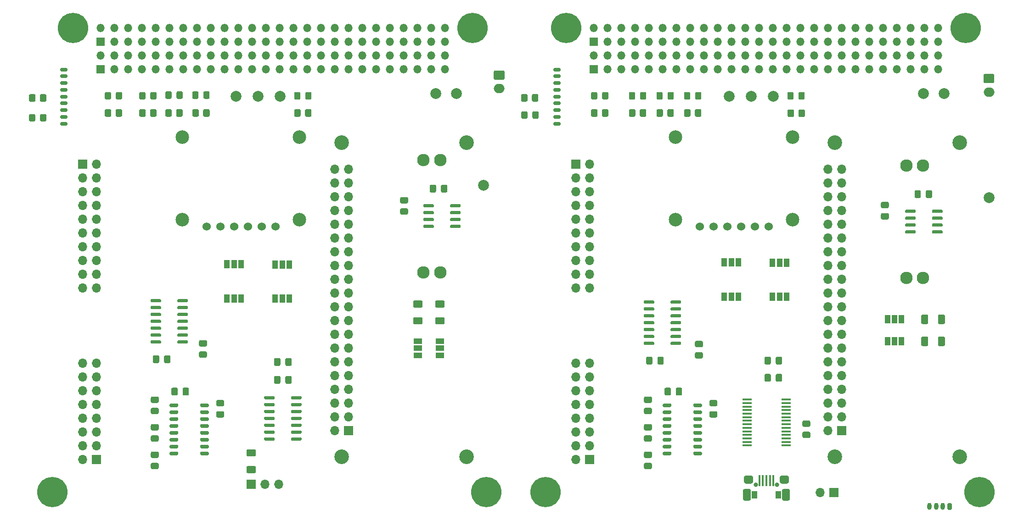
<source format=gbr>
%TF.GenerationSoftware,KiCad,Pcbnew,(5.1.9)-1*%
%TF.CreationDate,2021-11-28T20:19:45-05:00*%
%TF.ProjectId,Combined branches,436f6d62-696e-4656-9420-6272616e6368,rev?*%
%TF.SameCoordinates,Original*%
%TF.FileFunction,Soldermask,Top*%
%TF.FilePolarity,Negative*%
%FSLAX46Y46*%
G04 Gerber Fmt 4.6, Leading zero omitted, Abs format (unit mm)*
G04 Created by KiCad (PCBNEW (5.1.9)-1) date 2021-11-28 20:19:45*
%MOMM*%
%LPD*%
G01*
G04 APERTURE LIST*
%ADD10R,1.500000X1.000000*%
%ADD11O,2.000000X1.700000*%
%ADD12C,2.000000*%
%ADD13C,2.300000*%
%ADD14C,2.500000*%
%ADD15C,1.524000*%
%ADD16O,1.700000X1.700000*%
%ADD17R,1.700000X1.700000*%
%ADD18C,2.700000*%
%ADD19R,1.000000X1.500000*%
%ADD20C,5.600000*%
%ADD21C,3.600000*%
%ADD22O,1.400000X0.700000*%
%ADD23O,1.500000X1.500000*%
%ADD24R,1.500000X1.500000*%
%ADD25O,0.800000X1.300000*%
%ADD26R,1.750000X0.450000*%
%ADD27R,1.100000X1.350000*%
%ADD28C,0.800000*%
%ADD29R,0.400000X2.000000*%
G04 APERTURE END LIST*
%TO.C,R2*%
G36*
G01*
X165490999Y-112406000D02*
X166741001Y-112406000D01*
G75*
G02*
X166991000Y-112655999I0J-249999D01*
G01*
X166991000Y-113456001D01*
G75*
G02*
X166741001Y-113706000I-249999J0D01*
G01*
X165490999Y-113706000D01*
G75*
G02*
X165241000Y-113456001I0J249999D01*
G01*
X165241000Y-112655999D01*
G75*
G02*
X165490999Y-112406000I249999J0D01*
G01*
G37*
G36*
G01*
X165490999Y-109306000D02*
X166741001Y-109306000D01*
G75*
G02*
X166991000Y-109555999I0J-249999D01*
G01*
X166991000Y-110356001D01*
G75*
G02*
X166741001Y-110606000I-249999J0D01*
G01*
X165490999Y-110606000D01*
G75*
G02*
X165241000Y-110356001I0J249999D01*
G01*
X165241000Y-109555999D01*
G75*
G02*
X165490999Y-109306000I249999J0D01*
G01*
G37*
%TD*%
%TO.C,R1*%
G36*
G01*
X169554999Y-112406000D02*
X170805001Y-112406000D01*
G75*
G02*
X171055000Y-112655999I0J-249999D01*
G01*
X171055000Y-113456001D01*
G75*
G02*
X170805001Y-113706000I-249999J0D01*
G01*
X169554999Y-113706000D01*
G75*
G02*
X169305000Y-113456001I0J249999D01*
G01*
X169305000Y-112655999D01*
G75*
G02*
X169554999Y-112406000I249999J0D01*
G01*
G37*
G36*
G01*
X169554999Y-109306000D02*
X170805001Y-109306000D01*
G75*
G02*
X171055000Y-109555999I0J-249999D01*
G01*
X171055000Y-110356001D01*
G75*
G02*
X170805001Y-110606000I-249999J0D01*
G01*
X169554999Y-110606000D01*
G75*
G02*
X169305000Y-110356001I0J249999D01*
G01*
X169305000Y-109555999D01*
G75*
G02*
X169554999Y-109306000I249999J0D01*
G01*
G37*
%TD*%
D10*
%TO.C,JP6*%
X170186000Y-116810000D03*
X170186000Y-118110000D03*
X170186000Y-119410000D03*
%TD*%
%TO.C,JP5*%
X166116000Y-116810000D03*
X166116000Y-118110000D03*
X166116000Y-119410000D03*
%TD*%
D11*
%TO.C,J6*%
X181102000Y-70191000D03*
G36*
G01*
X180352000Y-66841000D02*
X181852000Y-66841000D01*
G75*
G02*
X182102000Y-67091000I0J-250000D01*
G01*
X182102000Y-68291000D01*
G75*
G02*
X181852000Y-68541000I-250000J0D01*
G01*
X180352000Y-68541000D01*
G75*
G02*
X180102000Y-68291000I0J250000D01*
G01*
X180102000Y-67091000D01*
G75*
G02*
X180352000Y-66841000I250000J0D01*
G01*
G37*
%TD*%
%TO.C,U5*%
G36*
G01*
X169061000Y-95481000D02*
X169061000Y-95781000D01*
G75*
G02*
X168911000Y-95931000I-150000J0D01*
G01*
X167261000Y-95931000D01*
G75*
G02*
X167111000Y-95781000I0J150000D01*
G01*
X167111000Y-95481000D01*
G75*
G02*
X167261000Y-95331000I150000J0D01*
G01*
X168911000Y-95331000D01*
G75*
G02*
X169061000Y-95481000I0J-150000D01*
G01*
G37*
G36*
G01*
X169061000Y-94211000D02*
X169061000Y-94511000D01*
G75*
G02*
X168911000Y-94661000I-150000J0D01*
G01*
X167261000Y-94661000D01*
G75*
G02*
X167111000Y-94511000I0J150000D01*
G01*
X167111000Y-94211000D01*
G75*
G02*
X167261000Y-94061000I150000J0D01*
G01*
X168911000Y-94061000D01*
G75*
G02*
X169061000Y-94211000I0J-150000D01*
G01*
G37*
G36*
G01*
X169061000Y-92941000D02*
X169061000Y-93241000D01*
G75*
G02*
X168911000Y-93391000I-150000J0D01*
G01*
X167261000Y-93391000D01*
G75*
G02*
X167111000Y-93241000I0J150000D01*
G01*
X167111000Y-92941000D01*
G75*
G02*
X167261000Y-92791000I150000J0D01*
G01*
X168911000Y-92791000D01*
G75*
G02*
X169061000Y-92941000I0J-150000D01*
G01*
G37*
G36*
G01*
X169061000Y-91671000D02*
X169061000Y-91971000D01*
G75*
G02*
X168911000Y-92121000I-150000J0D01*
G01*
X167261000Y-92121000D01*
G75*
G02*
X167111000Y-91971000I0J150000D01*
G01*
X167111000Y-91671000D01*
G75*
G02*
X167261000Y-91521000I150000J0D01*
G01*
X168911000Y-91521000D01*
G75*
G02*
X169061000Y-91671000I0J-150000D01*
G01*
G37*
G36*
G01*
X174011000Y-91671000D02*
X174011000Y-91971000D01*
G75*
G02*
X173861000Y-92121000I-150000J0D01*
G01*
X172211000Y-92121000D01*
G75*
G02*
X172061000Y-91971000I0J150000D01*
G01*
X172061000Y-91671000D01*
G75*
G02*
X172211000Y-91521000I150000J0D01*
G01*
X173861000Y-91521000D01*
G75*
G02*
X174011000Y-91671000I0J-150000D01*
G01*
G37*
G36*
G01*
X174011000Y-92941000D02*
X174011000Y-93241000D01*
G75*
G02*
X173861000Y-93391000I-150000J0D01*
G01*
X172211000Y-93391000D01*
G75*
G02*
X172061000Y-93241000I0J150000D01*
G01*
X172061000Y-92941000D01*
G75*
G02*
X172211000Y-92791000I150000J0D01*
G01*
X173861000Y-92791000D01*
G75*
G02*
X174011000Y-92941000I0J-150000D01*
G01*
G37*
G36*
G01*
X174011000Y-94211000D02*
X174011000Y-94511000D01*
G75*
G02*
X173861000Y-94661000I-150000J0D01*
G01*
X172211000Y-94661000D01*
G75*
G02*
X172061000Y-94511000I0J150000D01*
G01*
X172061000Y-94211000D01*
G75*
G02*
X172211000Y-94061000I150000J0D01*
G01*
X173861000Y-94061000D01*
G75*
G02*
X174011000Y-94211000I0J-150000D01*
G01*
G37*
G36*
G01*
X174011000Y-95481000D02*
X174011000Y-95781000D01*
G75*
G02*
X173861000Y-95931000I-150000J0D01*
G01*
X172211000Y-95931000D01*
G75*
G02*
X172061000Y-95781000I0J150000D01*
G01*
X172061000Y-95481000D01*
G75*
G02*
X172211000Y-95331000I150000J0D01*
G01*
X173861000Y-95331000D01*
G75*
G02*
X174011000Y-95481000I0J-150000D01*
G01*
G37*
%TD*%
D12*
%TO.C,TP6*%
X178181000Y-88011000D03*
%TD*%
D13*
%TO.C,BT1*%
X167156000Y-104126000D03*
X170256000Y-104126000D03*
X170256000Y-83326000D03*
X167156000Y-83326000D03*
%TD*%
%TO.C,C21*%
G36*
G01*
X164051000Y-91371000D02*
X163101000Y-91371000D01*
G75*
G02*
X162851000Y-91121000I0J250000D01*
G01*
X162851000Y-90446000D01*
G75*
G02*
X163101000Y-90196000I250000J0D01*
G01*
X164051000Y-90196000D01*
G75*
G02*
X164301000Y-90446000I0J-250000D01*
G01*
X164301000Y-91121000D01*
G75*
G02*
X164051000Y-91371000I-250000J0D01*
G01*
G37*
G36*
G01*
X164051000Y-93446000D02*
X163101000Y-93446000D01*
G75*
G02*
X162851000Y-93196000I0J250000D01*
G01*
X162851000Y-92521000D01*
G75*
G02*
X163101000Y-92271000I250000J0D01*
G01*
X164051000Y-92271000D01*
G75*
G02*
X164301000Y-92521000I0J-250000D01*
G01*
X164301000Y-93196000D01*
G75*
G02*
X164051000Y-93446000I-250000J0D01*
G01*
G37*
%TD*%
%TO.C,C20*%
G36*
G01*
X169476000Y-88171000D02*
X169476000Y-89121000D01*
G75*
G02*
X169226000Y-89371000I-250000J0D01*
G01*
X168551000Y-89371000D01*
G75*
G02*
X168301000Y-89121000I0J250000D01*
G01*
X168301000Y-88171000D01*
G75*
G02*
X168551000Y-87921000I250000J0D01*
G01*
X169226000Y-87921000D01*
G75*
G02*
X169476000Y-88171000I0J-250000D01*
G01*
G37*
G36*
G01*
X171551000Y-88171000D02*
X171551000Y-89121000D01*
G75*
G02*
X171301000Y-89371000I-250000J0D01*
G01*
X170626000Y-89371000D01*
G75*
G02*
X170376000Y-89121000I0J250000D01*
G01*
X170376000Y-88171000D01*
G75*
G02*
X170626000Y-87921000I250000J0D01*
G01*
X171301000Y-87921000D01*
G75*
G02*
X171551000Y-88171000I0J-250000D01*
G01*
G37*
%TD*%
D14*
%TO.C,U1*%
X144272000Y-79121000D03*
X122682000Y-79121000D03*
X144272000Y-94361000D03*
X122682000Y-94361000D03*
D15*
X127127000Y-95631000D03*
X129667000Y-95631000D03*
X132207000Y-95631000D03*
X134747000Y-95631000D03*
X137287000Y-95631000D03*
X139827000Y-95631000D03*
%TD*%
D16*
%TO.C,J1*%
X150762000Y-85030000D03*
X153302000Y-85030000D03*
X150762000Y-87570000D03*
X153302000Y-87570000D03*
X150762000Y-90110000D03*
X153302000Y-90110000D03*
X150762000Y-92650000D03*
X153302000Y-92650000D03*
X150762000Y-95190000D03*
X153302000Y-95190000D03*
X150762000Y-97730000D03*
X153302000Y-97730000D03*
X150762000Y-100270000D03*
X153302000Y-100270000D03*
X150762000Y-102810000D03*
X153302000Y-102810000D03*
X150762000Y-105350000D03*
X153302000Y-105350000D03*
X150762000Y-107890000D03*
X153302000Y-107890000D03*
X150762000Y-110430000D03*
X153302000Y-110430000D03*
X150762000Y-112970000D03*
X153302000Y-112970000D03*
X150762000Y-115510000D03*
X153302000Y-115510000D03*
X150762000Y-118050000D03*
X153302000Y-118050000D03*
X150762000Y-120590000D03*
X153302000Y-120590000D03*
X150762000Y-123130000D03*
X153302000Y-123130000D03*
X150762000Y-125670000D03*
X153302000Y-125670000D03*
X150762000Y-128210000D03*
X153302000Y-128210000D03*
X150762000Y-130750000D03*
X153302000Y-130750000D03*
X150762000Y-133290000D03*
D17*
X153302000Y-133290000D03*
%TD*%
%TO.C,U3*%
G36*
G01*
X142724000Y-127404000D02*
X142724000Y-127104000D01*
G75*
G02*
X142874000Y-126954000I150000J0D01*
G01*
X144524000Y-126954000D01*
G75*
G02*
X144674000Y-127104000I0J-150000D01*
G01*
X144674000Y-127404000D01*
G75*
G02*
X144524000Y-127554000I-150000J0D01*
G01*
X142874000Y-127554000D01*
G75*
G02*
X142724000Y-127404000I0J150000D01*
G01*
G37*
G36*
G01*
X142724000Y-128674000D02*
X142724000Y-128374000D01*
G75*
G02*
X142874000Y-128224000I150000J0D01*
G01*
X144524000Y-128224000D01*
G75*
G02*
X144674000Y-128374000I0J-150000D01*
G01*
X144674000Y-128674000D01*
G75*
G02*
X144524000Y-128824000I-150000J0D01*
G01*
X142874000Y-128824000D01*
G75*
G02*
X142724000Y-128674000I0J150000D01*
G01*
G37*
G36*
G01*
X142724000Y-129944000D02*
X142724000Y-129644000D01*
G75*
G02*
X142874000Y-129494000I150000J0D01*
G01*
X144524000Y-129494000D01*
G75*
G02*
X144674000Y-129644000I0J-150000D01*
G01*
X144674000Y-129944000D01*
G75*
G02*
X144524000Y-130094000I-150000J0D01*
G01*
X142874000Y-130094000D01*
G75*
G02*
X142724000Y-129944000I0J150000D01*
G01*
G37*
G36*
G01*
X142724000Y-131214000D02*
X142724000Y-130914000D01*
G75*
G02*
X142874000Y-130764000I150000J0D01*
G01*
X144524000Y-130764000D01*
G75*
G02*
X144674000Y-130914000I0J-150000D01*
G01*
X144674000Y-131214000D01*
G75*
G02*
X144524000Y-131364000I-150000J0D01*
G01*
X142874000Y-131364000D01*
G75*
G02*
X142724000Y-131214000I0J150000D01*
G01*
G37*
G36*
G01*
X142724000Y-132484000D02*
X142724000Y-132184000D01*
G75*
G02*
X142874000Y-132034000I150000J0D01*
G01*
X144524000Y-132034000D01*
G75*
G02*
X144674000Y-132184000I0J-150000D01*
G01*
X144674000Y-132484000D01*
G75*
G02*
X144524000Y-132634000I-150000J0D01*
G01*
X142874000Y-132634000D01*
G75*
G02*
X142724000Y-132484000I0J150000D01*
G01*
G37*
G36*
G01*
X142724000Y-133754000D02*
X142724000Y-133454000D01*
G75*
G02*
X142874000Y-133304000I150000J0D01*
G01*
X144524000Y-133304000D01*
G75*
G02*
X144674000Y-133454000I0J-150000D01*
G01*
X144674000Y-133754000D01*
G75*
G02*
X144524000Y-133904000I-150000J0D01*
G01*
X142874000Y-133904000D01*
G75*
G02*
X142724000Y-133754000I0J150000D01*
G01*
G37*
G36*
G01*
X142724000Y-135024000D02*
X142724000Y-134724000D01*
G75*
G02*
X142874000Y-134574000I150000J0D01*
G01*
X144524000Y-134574000D01*
G75*
G02*
X144674000Y-134724000I0J-150000D01*
G01*
X144674000Y-135024000D01*
G75*
G02*
X144524000Y-135174000I-150000J0D01*
G01*
X142874000Y-135174000D01*
G75*
G02*
X142724000Y-135024000I0J150000D01*
G01*
G37*
G36*
G01*
X137774000Y-135024000D02*
X137774000Y-134724000D01*
G75*
G02*
X137924000Y-134574000I150000J0D01*
G01*
X139574000Y-134574000D01*
G75*
G02*
X139724000Y-134724000I0J-150000D01*
G01*
X139724000Y-135024000D01*
G75*
G02*
X139574000Y-135174000I-150000J0D01*
G01*
X137924000Y-135174000D01*
G75*
G02*
X137774000Y-135024000I0J150000D01*
G01*
G37*
G36*
G01*
X137774000Y-133754000D02*
X137774000Y-133454000D01*
G75*
G02*
X137924000Y-133304000I150000J0D01*
G01*
X139574000Y-133304000D01*
G75*
G02*
X139724000Y-133454000I0J-150000D01*
G01*
X139724000Y-133754000D01*
G75*
G02*
X139574000Y-133904000I-150000J0D01*
G01*
X137924000Y-133904000D01*
G75*
G02*
X137774000Y-133754000I0J150000D01*
G01*
G37*
G36*
G01*
X137774000Y-132484000D02*
X137774000Y-132184000D01*
G75*
G02*
X137924000Y-132034000I150000J0D01*
G01*
X139574000Y-132034000D01*
G75*
G02*
X139724000Y-132184000I0J-150000D01*
G01*
X139724000Y-132484000D01*
G75*
G02*
X139574000Y-132634000I-150000J0D01*
G01*
X137924000Y-132634000D01*
G75*
G02*
X137774000Y-132484000I0J150000D01*
G01*
G37*
G36*
G01*
X137774000Y-131214000D02*
X137774000Y-130914000D01*
G75*
G02*
X137924000Y-130764000I150000J0D01*
G01*
X139574000Y-130764000D01*
G75*
G02*
X139724000Y-130914000I0J-150000D01*
G01*
X139724000Y-131214000D01*
G75*
G02*
X139574000Y-131364000I-150000J0D01*
G01*
X137924000Y-131364000D01*
G75*
G02*
X137774000Y-131214000I0J150000D01*
G01*
G37*
G36*
G01*
X137774000Y-129944000D02*
X137774000Y-129644000D01*
G75*
G02*
X137924000Y-129494000I150000J0D01*
G01*
X139574000Y-129494000D01*
G75*
G02*
X139724000Y-129644000I0J-150000D01*
G01*
X139724000Y-129944000D01*
G75*
G02*
X139574000Y-130094000I-150000J0D01*
G01*
X137924000Y-130094000D01*
G75*
G02*
X137774000Y-129944000I0J150000D01*
G01*
G37*
G36*
G01*
X137774000Y-128674000D02*
X137774000Y-128374000D01*
G75*
G02*
X137924000Y-128224000I150000J0D01*
G01*
X139574000Y-128224000D01*
G75*
G02*
X139724000Y-128374000I0J-150000D01*
G01*
X139724000Y-128674000D01*
G75*
G02*
X139574000Y-128824000I-150000J0D01*
G01*
X137924000Y-128824000D01*
G75*
G02*
X137774000Y-128674000I0J150000D01*
G01*
G37*
G36*
G01*
X137774000Y-127404000D02*
X137774000Y-127104000D01*
G75*
G02*
X137924000Y-126954000I150000J0D01*
G01*
X139574000Y-126954000D01*
G75*
G02*
X139724000Y-127104000I0J-150000D01*
G01*
X139724000Y-127404000D01*
G75*
G02*
X139574000Y-127554000I-150000J0D01*
G01*
X137924000Y-127554000D01*
G75*
G02*
X137774000Y-127404000I0J150000D01*
G01*
G37*
%TD*%
%TO.C,R7*%
G36*
G01*
X134756999Y-139864000D02*
X136007001Y-139864000D01*
G75*
G02*
X136257000Y-140113999I0J-249999D01*
G01*
X136257000Y-140914001D01*
G75*
G02*
X136007001Y-141164000I-249999J0D01*
G01*
X134756999Y-141164000D01*
G75*
G02*
X134507000Y-140914001I0J249999D01*
G01*
X134507000Y-140113999D01*
G75*
G02*
X134756999Y-139864000I249999J0D01*
G01*
G37*
G36*
G01*
X134756999Y-136764000D02*
X136007001Y-136764000D01*
G75*
G02*
X136257000Y-137013999I0J-249999D01*
G01*
X136257000Y-137814001D01*
G75*
G02*
X136007001Y-138064000I-249999J0D01*
G01*
X134756999Y-138064000D01*
G75*
G02*
X134507000Y-137814001I0J249999D01*
G01*
X134507000Y-137013999D01*
G75*
G02*
X134756999Y-136764000I249999J0D01*
G01*
G37*
%TD*%
D16*
%TO.C,J5*%
X140462000Y-143256000D03*
X137922000Y-143256000D03*
D17*
X135382000Y-143256000D03*
%TD*%
%TO.C,C7*%
G36*
G01*
X141674000Y-124427000D02*
X141674000Y-123477000D01*
G75*
G02*
X141924000Y-123227000I250000J0D01*
G01*
X142599000Y-123227000D01*
G75*
G02*
X142849000Y-123477000I0J-250000D01*
G01*
X142849000Y-124427000D01*
G75*
G02*
X142599000Y-124677000I-250000J0D01*
G01*
X141924000Y-124677000D01*
G75*
G02*
X141674000Y-124427000I0J250000D01*
G01*
G37*
G36*
G01*
X139599000Y-124427000D02*
X139599000Y-123477000D01*
G75*
G02*
X139849000Y-123227000I250000J0D01*
G01*
X140524000Y-123227000D01*
G75*
G02*
X140774000Y-123477000I0J-250000D01*
G01*
X140774000Y-124427000D01*
G75*
G02*
X140524000Y-124677000I-250000J0D01*
G01*
X139849000Y-124677000D01*
G75*
G02*
X139599000Y-124427000I0J250000D01*
G01*
G37*
%TD*%
%TO.C,C6*%
G36*
G01*
X141674000Y-121125000D02*
X141674000Y-120175000D01*
G75*
G02*
X141924000Y-119925000I250000J0D01*
G01*
X142599000Y-119925000D01*
G75*
G02*
X142849000Y-120175000I0J-250000D01*
G01*
X142849000Y-121125000D01*
G75*
G02*
X142599000Y-121375000I-250000J0D01*
G01*
X141924000Y-121375000D01*
G75*
G02*
X141674000Y-121125000I0J250000D01*
G01*
G37*
G36*
G01*
X139599000Y-121125000D02*
X139599000Y-120175000D01*
G75*
G02*
X139849000Y-119925000I250000J0D01*
G01*
X140524000Y-119925000D01*
G75*
G02*
X140774000Y-120175000I0J-250000D01*
G01*
X140774000Y-121125000D01*
G75*
G02*
X140524000Y-121375000I-250000J0D01*
G01*
X139849000Y-121375000D01*
G75*
G02*
X139599000Y-121125000I0J250000D01*
G01*
G37*
%TD*%
%TO.C,U4*%
G36*
G01*
X118769000Y-116817000D02*
X118769000Y-117117000D01*
G75*
G02*
X118619000Y-117267000I-150000J0D01*
G01*
X116969000Y-117267000D01*
G75*
G02*
X116819000Y-117117000I0J150000D01*
G01*
X116819000Y-116817000D01*
G75*
G02*
X116969000Y-116667000I150000J0D01*
G01*
X118619000Y-116667000D01*
G75*
G02*
X118769000Y-116817000I0J-150000D01*
G01*
G37*
G36*
G01*
X118769000Y-115547000D02*
X118769000Y-115847000D01*
G75*
G02*
X118619000Y-115997000I-150000J0D01*
G01*
X116969000Y-115997000D01*
G75*
G02*
X116819000Y-115847000I0J150000D01*
G01*
X116819000Y-115547000D01*
G75*
G02*
X116969000Y-115397000I150000J0D01*
G01*
X118619000Y-115397000D01*
G75*
G02*
X118769000Y-115547000I0J-150000D01*
G01*
G37*
G36*
G01*
X118769000Y-114277000D02*
X118769000Y-114577000D01*
G75*
G02*
X118619000Y-114727000I-150000J0D01*
G01*
X116969000Y-114727000D01*
G75*
G02*
X116819000Y-114577000I0J150000D01*
G01*
X116819000Y-114277000D01*
G75*
G02*
X116969000Y-114127000I150000J0D01*
G01*
X118619000Y-114127000D01*
G75*
G02*
X118769000Y-114277000I0J-150000D01*
G01*
G37*
G36*
G01*
X118769000Y-113007000D02*
X118769000Y-113307000D01*
G75*
G02*
X118619000Y-113457000I-150000J0D01*
G01*
X116969000Y-113457000D01*
G75*
G02*
X116819000Y-113307000I0J150000D01*
G01*
X116819000Y-113007000D01*
G75*
G02*
X116969000Y-112857000I150000J0D01*
G01*
X118619000Y-112857000D01*
G75*
G02*
X118769000Y-113007000I0J-150000D01*
G01*
G37*
G36*
G01*
X118769000Y-111737000D02*
X118769000Y-112037000D01*
G75*
G02*
X118619000Y-112187000I-150000J0D01*
G01*
X116969000Y-112187000D01*
G75*
G02*
X116819000Y-112037000I0J150000D01*
G01*
X116819000Y-111737000D01*
G75*
G02*
X116969000Y-111587000I150000J0D01*
G01*
X118619000Y-111587000D01*
G75*
G02*
X118769000Y-111737000I0J-150000D01*
G01*
G37*
G36*
G01*
X118769000Y-110467000D02*
X118769000Y-110767000D01*
G75*
G02*
X118619000Y-110917000I-150000J0D01*
G01*
X116969000Y-110917000D01*
G75*
G02*
X116819000Y-110767000I0J150000D01*
G01*
X116819000Y-110467000D01*
G75*
G02*
X116969000Y-110317000I150000J0D01*
G01*
X118619000Y-110317000D01*
G75*
G02*
X118769000Y-110467000I0J-150000D01*
G01*
G37*
G36*
G01*
X118769000Y-109197000D02*
X118769000Y-109497000D01*
G75*
G02*
X118619000Y-109647000I-150000J0D01*
G01*
X116969000Y-109647000D01*
G75*
G02*
X116819000Y-109497000I0J150000D01*
G01*
X116819000Y-109197000D01*
G75*
G02*
X116969000Y-109047000I150000J0D01*
G01*
X118619000Y-109047000D01*
G75*
G02*
X118769000Y-109197000I0J-150000D01*
G01*
G37*
G36*
G01*
X123719000Y-109197000D02*
X123719000Y-109497000D01*
G75*
G02*
X123569000Y-109647000I-150000J0D01*
G01*
X121919000Y-109647000D01*
G75*
G02*
X121769000Y-109497000I0J150000D01*
G01*
X121769000Y-109197000D01*
G75*
G02*
X121919000Y-109047000I150000J0D01*
G01*
X123569000Y-109047000D01*
G75*
G02*
X123719000Y-109197000I0J-150000D01*
G01*
G37*
G36*
G01*
X123719000Y-110467000D02*
X123719000Y-110767000D01*
G75*
G02*
X123569000Y-110917000I-150000J0D01*
G01*
X121919000Y-110917000D01*
G75*
G02*
X121769000Y-110767000I0J150000D01*
G01*
X121769000Y-110467000D01*
G75*
G02*
X121919000Y-110317000I150000J0D01*
G01*
X123569000Y-110317000D01*
G75*
G02*
X123719000Y-110467000I0J-150000D01*
G01*
G37*
G36*
G01*
X123719000Y-111737000D02*
X123719000Y-112037000D01*
G75*
G02*
X123569000Y-112187000I-150000J0D01*
G01*
X121919000Y-112187000D01*
G75*
G02*
X121769000Y-112037000I0J150000D01*
G01*
X121769000Y-111737000D01*
G75*
G02*
X121919000Y-111587000I150000J0D01*
G01*
X123569000Y-111587000D01*
G75*
G02*
X123719000Y-111737000I0J-150000D01*
G01*
G37*
G36*
G01*
X123719000Y-113007000D02*
X123719000Y-113307000D01*
G75*
G02*
X123569000Y-113457000I-150000J0D01*
G01*
X121919000Y-113457000D01*
G75*
G02*
X121769000Y-113307000I0J150000D01*
G01*
X121769000Y-113007000D01*
G75*
G02*
X121919000Y-112857000I150000J0D01*
G01*
X123569000Y-112857000D01*
G75*
G02*
X123719000Y-113007000I0J-150000D01*
G01*
G37*
G36*
G01*
X123719000Y-114277000D02*
X123719000Y-114577000D01*
G75*
G02*
X123569000Y-114727000I-150000J0D01*
G01*
X121919000Y-114727000D01*
G75*
G02*
X121769000Y-114577000I0J150000D01*
G01*
X121769000Y-114277000D01*
G75*
G02*
X121919000Y-114127000I150000J0D01*
G01*
X123569000Y-114127000D01*
G75*
G02*
X123719000Y-114277000I0J-150000D01*
G01*
G37*
G36*
G01*
X123719000Y-115547000D02*
X123719000Y-115847000D01*
G75*
G02*
X123569000Y-115997000I-150000J0D01*
G01*
X121919000Y-115997000D01*
G75*
G02*
X121769000Y-115847000I0J150000D01*
G01*
X121769000Y-115547000D01*
G75*
G02*
X121919000Y-115397000I150000J0D01*
G01*
X123569000Y-115397000D01*
G75*
G02*
X123719000Y-115547000I0J-150000D01*
G01*
G37*
G36*
G01*
X123719000Y-116817000D02*
X123719000Y-117117000D01*
G75*
G02*
X123569000Y-117267000I-150000J0D01*
G01*
X121919000Y-117267000D01*
G75*
G02*
X121769000Y-117117000I0J150000D01*
G01*
X121769000Y-116817000D01*
G75*
G02*
X121919000Y-116667000I150000J0D01*
G01*
X123569000Y-116667000D01*
G75*
G02*
X123719000Y-116817000I0J-150000D01*
G01*
G37*
%TD*%
%TO.C,C10*%
G36*
G01*
X126017000Y-118687000D02*
X126967000Y-118687000D01*
G75*
G02*
X127217000Y-118937000I0J-250000D01*
G01*
X127217000Y-119612000D01*
G75*
G02*
X126967000Y-119862000I-250000J0D01*
G01*
X126017000Y-119862000D01*
G75*
G02*
X125767000Y-119612000I0J250000D01*
G01*
X125767000Y-118937000D01*
G75*
G02*
X126017000Y-118687000I250000J0D01*
G01*
G37*
G36*
G01*
X126017000Y-116612000D02*
X126967000Y-116612000D01*
G75*
G02*
X127217000Y-116862000I0J-250000D01*
G01*
X127217000Y-117537000D01*
G75*
G02*
X126967000Y-117787000I-250000J0D01*
G01*
X126017000Y-117787000D01*
G75*
G02*
X125767000Y-117537000I0J250000D01*
G01*
X125767000Y-116862000D01*
G75*
G02*
X126017000Y-116612000I250000J0D01*
G01*
G37*
%TD*%
%TO.C,C9*%
G36*
G01*
X119322000Y-120617000D02*
X119322000Y-119667000D01*
G75*
G02*
X119572000Y-119417000I250000J0D01*
G01*
X120247000Y-119417000D01*
G75*
G02*
X120497000Y-119667000I0J-250000D01*
G01*
X120497000Y-120617000D01*
G75*
G02*
X120247000Y-120867000I-250000J0D01*
G01*
X119572000Y-120867000D01*
G75*
G02*
X119322000Y-120617000I0J250000D01*
G01*
G37*
G36*
G01*
X117247000Y-120617000D02*
X117247000Y-119667000D01*
G75*
G02*
X117497000Y-119417000I250000J0D01*
G01*
X118172000Y-119417000D01*
G75*
G02*
X118422000Y-119667000I0J-250000D01*
G01*
X118422000Y-120617000D01*
G75*
G02*
X118172000Y-120867000I-250000J0D01*
G01*
X117497000Y-120867000D01*
G75*
G02*
X117247000Y-120617000I0J250000D01*
G01*
G37*
%TD*%
%TO.C,U2*%
G36*
G01*
X126146999Y-137216000D02*
X127406997Y-137216000D01*
G75*
G02*
X127601997Y-137411000I0J-195000D01*
G01*
X127601997Y-137671000D01*
G75*
G02*
X127406997Y-137866000I-195000J0D01*
G01*
X126146999Y-137866000D01*
G75*
G02*
X125951999Y-137671000I0J195000D01*
G01*
X125951999Y-137411000D01*
G75*
G02*
X126146999Y-137216000I195000J0D01*
G01*
G37*
G36*
G01*
X126146999Y-135946000D02*
X127406997Y-135946000D01*
G75*
G02*
X127601997Y-136141000I0J-195000D01*
G01*
X127601997Y-136401000D01*
G75*
G02*
X127406997Y-136596000I-195000J0D01*
G01*
X126146999Y-136596000D01*
G75*
G02*
X125951999Y-136401000I0J195000D01*
G01*
X125951999Y-136141000D01*
G75*
G02*
X126146999Y-135946000I195000J0D01*
G01*
G37*
G36*
G01*
X126146999Y-134676000D02*
X127406997Y-134676000D01*
G75*
G02*
X127601997Y-134871000I0J-195000D01*
G01*
X127601997Y-135131000D01*
G75*
G02*
X127406997Y-135326000I-195000J0D01*
G01*
X126146999Y-135326000D01*
G75*
G02*
X125951999Y-135131000I0J195000D01*
G01*
X125951999Y-134871000D01*
G75*
G02*
X126146999Y-134676000I195000J0D01*
G01*
G37*
G36*
G01*
X126146999Y-133406000D02*
X127406997Y-133406000D01*
G75*
G02*
X127601997Y-133601000I0J-195000D01*
G01*
X127601997Y-133861000D01*
G75*
G02*
X127406997Y-134056000I-195000J0D01*
G01*
X126146999Y-134056000D01*
G75*
G02*
X125951999Y-133861000I0J195000D01*
G01*
X125951999Y-133601000D01*
G75*
G02*
X126146999Y-133406000I195000J0D01*
G01*
G37*
G36*
G01*
X126146999Y-132136000D02*
X127406997Y-132136000D01*
G75*
G02*
X127601997Y-132331000I0J-195000D01*
G01*
X127601997Y-132591000D01*
G75*
G02*
X127406997Y-132786000I-195000J0D01*
G01*
X126146999Y-132786000D01*
G75*
G02*
X125951999Y-132591000I0J195000D01*
G01*
X125951999Y-132331000D01*
G75*
G02*
X126146999Y-132136000I195000J0D01*
G01*
G37*
G36*
G01*
X126146999Y-130866000D02*
X127406997Y-130866000D01*
G75*
G02*
X127601997Y-131061000I0J-195000D01*
G01*
X127601997Y-131321000D01*
G75*
G02*
X127406997Y-131516000I-195000J0D01*
G01*
X126146999Y-131516000D01*
G75*
G02*
X125951999Y-131321000I0J195000D01*
G01*
X125951999Y-131061000D01*
G75*
G02*
X126146999Y-130866000I195000J0D01*
G01*
G37*
G36*
G01*
X126146999Y-129596000D02*
X127406997Y-129596000D01*
G75*
G02*
X127601997Y-129791000I0J-195000D01*
G01*
X127601997Y-130051000D01*
G75*
G02*
X127406997Y-130246000I-195000J0D01*
G01*
X126146999Y-130246000D01*
G75*
G02*
X125951999Y-130051000I0J195000D01*
G01*
X125951999Y-129791000D01*
G75*
G02*
X126146999Y-129596000I195000J0D01*
G01*
G37*
G36*
G01*
X126146999Y-128326000D02*
X127406997Y-128326000D01*
G75*
G02*
X127601997Y-128521000I0J-195000D01*
G01*
X127601997Y-128781000D01*
G75*
G02*
X127406997Y-128976000I-195000J0D01*
G01*
X126146999Y-128976000D01*
G75*
G02*
X125951999Y-128781000I0J195000D01*
G01*
X125951999Y-128521000D01*
G75*
G02*
X126146999Y-128326000I195000J0D01*
G01*
G37*
G36*
G01*
X120497000Y-137216000D02*
X121756998Y-137216000D01*
G75*
G02*
X121951998Y-137411000I0J-195000D01*
G01*
X121951998Y-137671000D01*
G75*
G02*
X121756998Y-137866000I-195000J0D01*
G01*
X120497000Y-137866000D01*
G75*
G02*
X120302000Y-137671000I0J195000D01*
G01*
X120302000Y-137411000D01*
G75*
G02*
X120497000Y-137216000I195000J0D01*
G01*
G37*
G36*
G01*
X120497000Y-135946000D02*
X121756998Y-135946000D01*
G75*
G02*
X121951998Y-136141000I0J-195000D01*
G01*
X121951998Y-136401000D01*
G75*
G02*
X121756998Y-136596000I-195000J0D01*
G01*
X120497000Y-136596000D01*
G75*
G02*
X120302000Y-136401000I0J195000D01*
G01*
X120302000Y-136141000D01*
G75*
G02*
X120497000Y-135946000I195000J0D01*
G01*
G37*
G36*
G01*
X120497000Y-134676000D02*
X121756998Y-134676000D01*
G75*
G02*
X121951998Y-134871000I0J-195000D01*
G01*
X121951998Y-135131000D01*
G75*
G02*
X121756998Y-135326000I-195000J0D01*
G01*
X120497000Y-135326000D01*
G75*
G02*
X120302000Y-135131000I0J195000D01*
G01*
X120302000Y-134871000D01*
G75*
G02*
X120497000Y-134676000I195000J0D01*
G01*
G37*
G36*
G01*
X120497000Y-133406000D02*
X121756998Y-133406000D01*
G75*
G02*
X121951998Y-133601000I0J-195000D01*
G01*
X121951998Y-133861000D01*
G75*
G02*
X121756998Y-134056000I-195000J0D01*
G01*
X120497000Y-134056000D01*
G75*
G02*
X120302000Y-133861000I0J195000D01*
G01*
X120302000Y-133601000D01*
G75*
G02*
X120497000Y-133406000I195000J0D01*
G01*
G37*
G36*
G01*
X120497000Y-132136000D02*
X121756998Y-132136000D01*
G75*
G02*
X121951998Y-132331000I0J-195000D01*
G01*
X121951998Y-132591000D01*
G75*
G02*
X121756998Y-132786000I-195000J0D01*
G01*
X120497000Y-132786000D01*
G75*
G02*
X120302000Y-132591000I0J195000D01*
G01*
X120302000Y-132331000D01*
G75*
G02*
X120497000Y-132136000I195000J0D01*
G01*
G37*
G36*
G01*
X120497000Y-130866000D02*
X121756998Y-130866000D01*
G75*
G02*
X121951998Y-131061000I0J-195000D01*
G01*
X121951998Y-131321000D01*
G75*
G02*
X121756998Y-131516000I-195000J0D01*
G01*
X120497000Y-131516000D01*
G75*
G02*
X120302000Y-131321000I0J195000D01*
G01*
X120302000Y-131061000D01*
G75*
G02*
X120497000Y-130866000I195000J0D01*
G01*
G37*
G36*
G01*
X120497000Y-129596000D02*
X121756998Y-129596000D01*
G75*
G02*
X121951998Y-129791000I0J-195000D01*
G01*
X121951998Y-130051000D01*
G75*
G02*
X121756998Y-130246000I-195000J0D01*
G01*
X120497000Y-130246000D01*
G75*
G02*
X120302000Y-130051000I0J195000D01*
G01*
X120302000Y-129791000D01*
G75*
G02*
X120497000Y-129596000I195000J0D01*
G01*
G37*
G36*
G01*
X120497000Y-128326000D02*
X121756998Y-128326000D01*
G75*
G02*
X121951998Y-128521000I0J-195000D01*
G01*
X121951998Y-128781000D01*
G75*
G02*
X121756998Y-128976000I-195000J0D01*
G01*
X120497000Y-128976000D01*
G75*
G02*
X120302000Y-128781000I0J195000D01*
G01*
X120302000Y-128521000D01*
G75*
G02*
X120497000Y-128326000I195000J0D01*
G01*
G37*
%TD*%
%TO.C,R12*%
G36*
G01*
X145307000Y-75126001D02*
X145307000Y-74225999D01*
G75*
G02*
X145556999Y-73976000I249999J0D01*
G01*
X146257001Y-73976000D01*
G75*
G02*
X146507000Y-74225999I0J-249999D01*
G01*
X146507000Y-75126001D01*
G75*
G02*
X146257001Y-75376000I-249999J0D01*
G01*
X145556999Y-75376000D01*
G75*
G02*
X145307000Y-75126001I0J249999D01*
G01*
G37*
G36*
G01*
X143307000Y-75126001D02*
X143307000Y-74225999D01*
G75*
G02*
X143556999Y-73976000I249999J0D01*
G01*
X144257001Y-73976000D01*
G75*
G02*
X144507000Y-74225999I0J-249999D01*
G01*
X144507000Y-75126001D01*
G75*
G02*
X144257001Y-75376000I-249999J0D01*
G01*
X143556999Y-75376000D01*
G75*
G02*
X143307000Y-75126001I0J249999D01*
G01*
G37*
%TD*%
%TO.C,R11*%
G36*
G01*
X95612000Y-71455999D02*
X95612000Y-72356001D01*
G75*
G02*
X95362001Y-72606000I-249999J0D01*
G01*
X94661999Y-72606000D01*
G75*
G02*
X94412000Y-72356001I0J249999D01*
G01*
X94412000Y-71455999D01*
G75*
G02*
X94661999Y-71206000I249999J0D01*
G01*
X95362001Y-71206000D01*
G75*
G02*
X95612000Y-71455999I0J-249999D01*
G01*
G37*
G36*
G01*
X97612000Y-71455999D02*
X97612000Y-72356001D01*
G75*
G02*
X97362001Y-72606000I-249999J0D01*
G01*
X96661999Y-72606000D01*
G75*
G02*
X96412000Y-72356001I0J249999D01*
G01*
X96412000Y-71455999D01*
G75*
G02*
X96661999Y-71206000I249999J0D01*
G01*
X97362001Y-71206000D01*
G75*
G02*
X97612000Y-71455999I0J-249999D01*
G01*
G37*
%TD*%
%TO.C,R10*%
G36*
G01*
X115932000Y-74225999D02*
X115932000Y-75126001D01*
G75*
G02*
X115682001Y-75376000I-249999J0D01*
G01*
X114981999Y-75376000D01*
G75*
G02*
X114732000Y-75126001I0J249999D01*
G01*
X114732000Y-74225999D01*
G75*
G02*
X114981999Y-73976000I249999J0D01*
G01*
X115682001Y-73976000D01*
G75*
G02*
X115932000Y-74225999I0J-249999D01*
G01*
G37*
G36*
G01*
X117932000Y-74225999D02*
X117932000Y-75126001D01*
G75*
G02*
X117682001Y-75376000I-249999J0D01*
G01*
X116981999Y-75376000D01*
G75*
G02*
X116732000Y-75126001I0J249999D01*
G01*
X116732000Y-74225999D01*
G75*
G02*
X116981999Y-73976000I249999J0D01*
G01*
X117682001Y-73976000D01*
G75*
G02*
X117932000Y-74225999I0J-249999D01*
G01*
G37*
%TD*%
%TO.C,R9*%
G36*
G01*
X109582000Y-74225999D02*
X109582000Y-75126001D01*
G75*
G02*
X109332001Y-75376000I-249999J0D01*
G01*
X108631999Y-75376000D01*
G75*
G02*
X108382000Y-75126001I0J249999D01*
G01*
X108382000Y-74225999D01*
G75*
G02*
X108631999Y-73976000I249999J0D01*
G01*
X109332001Y-73976000D01*
G75*
G02*
X109582000Y-74225999I0J-249999D01*
G01*
G37*
G36*
G01*
X111582000Y-74225999D02*
X111582000Y-75126001D01*
G75*
G02*
X111332001Y-75376000I-249999J0D01*
G01*
X110631999Y-75376000D01*
G75*
G02*
X110382000Y-75126001I0J249999D01*
G01*
X110382000Y-74225999D01*
G75*
G02*
X110631999Y-73976000I249999J0D01*
G01*
X111332001Y-73976000D01*
G75*
G02*
X111582000Y-74225999I0J-249999D01*
G01*
G37*
%TD*%
%TO.C,D12*%
G36*
G01*
X145357000Y-71951001D02*
X145357000Y-71050999D01*
G75*
G02*
X145606999Y-70801000I249999J0D01*
G01*
X146257001Y-70801000D01*
G75*
G02*
X146507000Y-71050999I0J-249999D01*
G01*
X146507000Y-71951001D01*
G75*
G02*
X146257001Y-72201000I-249999J0D01*
G01*
X145606999Y-72201000D01*
G75*
G02*
X145357000Y-71951001I0J249999D01*
G01*
G37*
G36*
G01*
X143307000Y-71951001D02*
X143307000Y-71050999D01*
G75*
G02*
X143556999Y-70801000I249999J0D01*
G01*
X144207001Y-70801000D01*
G75*
G02*
X144457000Y-71050999I0J-249999D01*
G01*
X144457000Y-71951001D01*
G75*
G02*
X144207001Y-72201000I-249999J0D01*
G01*
X143556999Y-72201000D01*
G75*
G02*
X143307000Y-71951001I0J249999D01*
G01*
G37*
%TD*%
%TO.C,D11*%
G36*
G01*
X95562000Y-75114999D02*
X95562000Y-76015001D01*
G75*
G02*
X95312001Y-76265000I-249999J0D01*
G01*
X94661999Y-76265000D01*
G75*
G02*
X94412000Y-76015001I0J249999D01*
G01*
X94412000Y-75114999D01*
G75*
G02*
X94661999Y-74865000I249999J0D01*
G01*
X95312001Y-74865000D01*
G75*
G02*
X95562000Y-75114999I0J-249999D01*
G01*
G37*
G36*
G01*
X97612000Y-75114999D02*
X97612000Y-76015001D01*
G75*
G02*
X97362001Y-76265000I-249999J0D01*
G01*
X96711999Y-76265000D01*
G75*
G02*
X96462000Y-76015001I0J249999D01*
G01*
X96462000Y-75114999D01*
G75*
G02*
X96711999Y-74865000I249999J0D01*
G01*
X97362001Y-74865000D01*
G75*
G02*
X97612000Y-75114999I0J-249999D01*
G01*
G37*
%TD*%
%TO.C,D10*%
G36*
G01*
X115882000Y-71050999D02*
X115882000Y-71951001D01*
G75*
G02*
X115632001Y-72201000I-249999J0D01*
G01*
X114981999Y-72201000D01*
G75*
G02*
X114732000Y-71951001I0J249999D01*
G01*
X114732000Y-71050999D01*
G75*
G02*
X114981999Y-70801000I249999J0D01*
G01*
X115632001Y-70801000D01*
G75*
G02*
X115882000Y-71050999I0J-249999D01*
G01*
G37*
G36*
G01*
X117932000Y-71050999D02*
X117932000Y-71951001D01*
G75*
G02*
X117682001Y-72201000I-249999J0D01*
G01*
X117031999Y-72201000D01*
G75*
G02*
X116782000Y-71951001I0J249999D01*
G01*
X116782000Y-71050999D01*
G75*
G02*
X117031999Y-70801000I249999J0D01*
G01*
X117682001Y-70801000D01*
G75*
G02*
X117932000Y-71050999I0J-249999D01*
G01*
G37*
%TD*%
%TO.C,D9*%
G36*
G01*
X109532000Y-71050999D02*
X109532000Y-71951001D01*
G75*
G02*
X109282001Y-72201000I-249999J0D01*
G01*
X108631999Y-72201000D01*
G75*
G02*
X108382000Y-71951001I0J249999D01*
G01*
X108382000Y-71050999D01*
G75*
G02*
X108631999Y-70801000I249999J0D01*
G01*
X109282001Y-70801000D01*
G75*
G02*
X109532000Y-71050999I0J-249999D01*
G01*
G37*
G36*
G01*
X111582000Y-71050999D02*
X111582000Y-71951001D01*
G75*
G02*
X111332001Y-72201000I-249999J0D01*
G01*
X110681999Y-72201000D01*
G75*
G02*
X110432000Y-71951001I0J249999D01*
G01*
X110432000Y-71050999D01*
G75*
G02*
X110681999Y-70801000I249999J0D01*
G01*
X111332001Y-70801000D01*
G75*
G02*
X111582000Y-71050999I0J-249999D01*
G01*
G37*
%TD*%
D12*
%TO.C,TP5*%
X132588000Y-71628000D03*
%TD*%
%TO.C,TP4*%
X169418000Y-71120000D03*
%TD*%
%TO.C,TP3*%
X136652000Y-71628000D03*
%TD*%
%TO.C,TP2*%
X140716000Y-71628000D03*
%TD*%
%TO.C,TP1*%
X173228000Y-71120000D03*
%TD*%
D18*
%TO.C,M8*%
X175050000Y-138160000D03*
%TD*%
%TO.C,M7*%
X175050000Y-80160000D03*
%TD*%
%TO.C,M6*%
X152050000Y-138160000D03*
%TD*%
%TO.C,M5*%
X152050000Y-80160000D03*
%TD*%
%TO.C,R4*%
G36*
G01*
X120742000Y-74225999D02*
X120742000Y-75126001D01*
G75*
G02*
X120492001Y-75376000I-249999J0D01*
G01*
X119791999Y-75376000D01*
G75*
G02*
X119542000Y-75126001I0J249999D01*
G01*
X119542000Y-74225999D01*
G75*
G02*
X119791999Y-73976000I249999J0D01*
G01*
X120492001Y-73976000D01*
G75*
G02*
X120742000Y-74225999I0J-249999D01*
G01*
G37*
G36*
G01*
X122742000Y-74225999D02*
X122742000Y-75126001D01*
G75*
G02*
X122492001Y-75376000I-249999J0D01*
G01*
X121791999Y-75376000D01*
G75*
G02*
X121542000Y-75126001I0J249999D01*
G01*
X121542000Y-74225999D01*
G75*
G02*
X121791999Y-73976000I249999J0D01*
G01*
X122492001Y-73976000D01*
G75*
G02*
X122742000Y-74225999I0J-249999D01*
G01*
G37*
%TD*%
%TO.C,R3*%
G36*
G01*
X125727000Y-74225999D02*
X125727000Y-75126001D01*
G75*
G02*
X125477001Y-75376000I-249999J0D01*
G01*
X124776999Y-75376000D01*
G75*
G02*
X124527000Y-75126001I0J249999D01*
G01*
X124527000Y-74225999D01*
G75*
G02*
X124776999Y-73976000I249999J0D01*
G01*
X125477001Y-73976000D01*
G75*
G02*
X125727000Y-74225999I0J-249999D01*
G01*
G37*
G36*
G01*
X127727000Y-74225999D02*
X127727000Y-75126001D01*
G75*
G02*
X127477001Y-75376000I-249999J0D01*
G01*
X126776999Y-75376000D01*
G75*
G02*
X126527000Y-75126001I0J249999D01*
G01*
X126527000Y-74225999D01*
G75*
G02*
X126776999Y-73976000I249999J0D01*
G01*
X127477001Y-73976000D01*
G75*
G02*
X127727000Y-74225999I0J-249999D01*
G01*
G37*
%TD*%
D19*
%TO.C,JP4*%
X139797000Y-108966000D03*
X141097000Y-108966000D03*
X142397000Y-108966000D03*
%TD*%
%TO.C,JP3*%
X130907000Y-108966000D03*
X132207000Y-108966000D03*
X133507000Y-108966000D03*
%TD*%
%TO.C,JP2*%
X139797000Y-102701000D03*
X141097000Y-102701000D03*
X142397000Y-102701000D03*
%TD*%
%TO.C,JP1*%
X130907000Y-102616000D03*
X132207000Y-102616000D03*
X133507000Y-102616000D03*
%TD*%
%TO.C,D4*%
G36*
G01*
X120708000Y-70923999D02*
X120708000Y-71824001D01*
G75*
G02*
X120458001Y-72074000I-249999J0D01*
G01*
X119807999Y-72074000D01*
G75*
G02*
X119558000Y-71824001I0J249999D01*
G01*
X119558000Y-70923999D01*
G75*
G02*
X119807999Y-70674000I249999J0D01*
G01*
X120458001Y-70674000D01*
G75*
G02*
X120708000Y-70923999I0J-249999D01*
G01*
G37*
G36*
G01*
X122758000Y-70923999D02*
X122758000Y-71824001D01*
G75*
G02*
X122508001Y-72074000I-249999J0D01*
G01*
X121857999Y-72074000D01*
G75*
G02*
X121608000Y-71824001I0J249999D01*
G01*
X121608000Y-70923999D01*
G75*
G02*
X121857999Y-70674000I249999J0D01*
G01*
X122508001Y-70674000D01*
G75*
G02*
X122758000Y-70923999I0J-249999D01*
G01*
G37*
%TD*%
%TO.C,D3*%
G36*
G01*
X125661000Y-70923999D02*
X125661000Y-71824001D01*
G75*
G02*
X125411001Y-72074000I-249999J0D01*
G01*
X124760999Y-72074000D01*
G75*
G02*
X124511000Y-71824001I0J249999D01*
G01*
X124511000Y-70923999D01*
G75*
G02*
X124760999Y-70674000I249999J0D01*
G01*
X125411001Y-70674000D01*
G75*
G02*
X125661000Y-70923999I0J-249999D01*
G01*
G37*
G36*
G01*
X127711000Y-70923999D02*
X127711000Y-71824001D01*
G75*
G02*
X127461001Y-72074000I-249999J0D01*
G01*
X126810999Y-72074000D01*
G75*
G02*
X126561000Y-71824001I0J249999D01*
G01*
X126561000Y-70923999D01*
G75*
G02*
X126810999Y-70674000I249999J0D01*
G01*
X127461001Y-70674000D01*
G75*
G02*
X127711000Y-70923999I0J-249999D01*
G01*
G37*
%TD*%
D20*
%TO.C,M4*%
X178718000Y-144680000D03*
D21*
X178718000Y-144680000D03*
%TD*%
D20*
%TO.C,M3*%
X98708000Y-144680000D03*
D21*
X98708000Y-144680000D03*
%TD*%
D20*
%TO.C,M2*%
X176178000Y-58955000D03*
D21*
X176178000Y-58955000D03*
%TD*%
D20*
%TO.C,M1*%
X102518000Y-58955000D03*
D21*
X102518000Y-58955000D03*
%TD*%
D22*
%TO.C,J4*%
X100798000Y-76655000D03*
X100798000Y-75405000D03*
X100798000Y-74155000D03*
X100798000Y-72905000D03*
X100798000Y-71655000D03*
X100798000Y-70405000D03*
X100798000Y-69155000D03*
X100798000Y-67905000D03*
X100798000Y-66655000D03*
%TD*%
D16*
%TO.C,J3*%
X106807000Y-106966000D03*
X104267000Y-106966000D03*
X106807000Y-104426000D03*
X104267000Y-104426000D03*
X106807000Y-101886000D03*
X104267000Y-101886000D03*
X106807000Y-99346000D03*
X104267000Y-99346000D03*
X106807000Y-96806000D03*
X104267000Y-96806000D03*
X106807000Y-94266000D03*
X104267000Y-94266000D03*
X106807000Y-91726000D03*
X104267000Y-91726000D03*
X106807000Y-89186000D03*
X104267000Y-89186000D03*
X106807000Y-86646000D03*
X104267000Y-86646000D03*
X106807000Y-84106000D03*
D17*
X104267000Y-84106000D03*
%TD*%
D16*
%TO.C,J2*%
X104267000Y-120856000D03*
X106807000Y-120856000D03*
X104267000Y-123396000D03*
X106807000Y-123396000D03*
X104267000Y-125936000D03*
X106807000Y-125936000D03*
X104267000Y-128476000D03*
X106807000Y-128476000D03*
X104267000Y-131016000D03*
X106807000Y-131016000D03*
X104267000Y-133556000D03*
X106807000Y-133556000D03*
X104267000Y-136096000D03*
X106807000Y-136096000D03*
X104267000Y-138636000D03*
D17*
X106807000Y-138636000D03*
%TD*%
D23*
%TO.C,H2*%
X171098000Y-58955000D03*
X171098000Y-61495000D03*
X168558000Y-58955000D03*
X168558000Y-61495000D03*
X166018000Y-58955000D03*
X166018000Y-61495000D03*
X163478000Y-58955000D03*
X163478000Y-61495000D03*
X160938000Y-58955000D03*
X160938000Y-61495000D03*
X158398000Y-58955000D03*
X158398000Y-61495000D03*
X155858000Y-58955000D03*
X155858000Y-61495000D03*
X153318000Y-58955000D03*
X153318000Y-61495000D03*
X150778000Y-58955000D03*
X150778000Y-61495000D03*
X148238000Y-58955000D03*
X148238000Y-61495000D03*
X145698000Y-58955000D03*
X145698000Y-61495000D03*
X143158000Y-58955000D03*
X143158000Y-61495000D03*
X140618000Y-58955000D03*
X140618000Y-61495000D03*
X138078000Y-58955000D03*
X138078000Y-61495000D03*
X135538000Y-58955000D03*
X135538000Y-61495000D03*
X132998000Y-58955000D03*
X132998000Y-61495000D03*
X130458000Y-58955000D03*
X130458000Y-61495000D03*
X127918000Y-58955000D03*
X127918000Y-61495000D03*
X125378000Y-58955000D03*
X125378000Y-61495000D03*
X122838000Y-58955000D03*
X122838000Y-61495000D03*
X120298000Y-58955000D03*
X120298000Y-61495000D03*
X117758000Y-58955000D03*
X117758000Y-61495000D03*
X115218000Y-58955000D03*
X115218000Y-61495000D03*
X112678000Y-58955000D03*
X112678000Y-61495000D03*
X110138000Y-58955000D03*
X110138000Y-61495000D03*
X107598000Y-58955000D03*
D24*
X107598000Y-61495000D03*
%TD*%
D23*
%TO.C,H1*%
X171098000Y-64035000D03*
X171098000Y-66575000D03*
X168558000Y-64035000D03*
X168558000Y-66575000D03*
X166018000Y-64035000D03*
X166018000Y-66575000D03*
X163478000Y-64035000D03*
X163478000Y-66575000D03*
X160938000Y-64035000D03*
X160938000Y-66575000D03*
X158398000Y-64035000D03*
X158398000Y-66575000D03*
X155858000Y-64035000D03*
X155858000Y-66575000D03*
X153318000Y-64035000D03*
X153318000Y-66575000D03*
X150778000Y-64035000D03*
X150778000Y-66575000D03*
X148238000Y-64035000D03*
X148238000Y-66575000D03*
X145698000Y-64035000D03*
X145698000Y-66575000D03*
X143158000Y-64035000D03*
X143158000Y-66575000D03*
X140618000Y-64035000D03*
X140618000Y-66575000D03*
X138078000Y-64035000D03*
X138078000Y-66575000D03*
X135538000Y-64035000D03*
X135538000Y-66575000D03*
X132998000Y-64035000D03*
X132998000Y-66575000D03*
X130458000Y-64035000D03*
X130458000Y-66575000D03*
X127918000Y-64035000D03*
X127918000Y-66575000D03*
X125378000Y-64035000D03*
X125378000Y-66575000D03*
X122838000Y-64035000D03*
X122838000Y-66575000D03*
X120298000Y-64035000D03*
X120298000Y-66575000D03*
X117758000Y-64035000D03*
X117758000Y-66575000D03*
X115218000Y-64035000D03*
X115218000Y-66575000D03*
X112678000Y-64035000D03*
X112678000Y-66575000D03*
X110138000Y-64035000D03*
X110138000Y-66575000D03*
X107598000Y-64035000D03*
D24*
X107598000Y-66575000D03*
%TD*%
%TO.C,C5*%
G36*
G01*
X129192000Y-129736000D02*
X130142000Y-129736000D01*
G75*
G02*
X130392000Y-129986000I0J-250000D01*
G01*
X130392000Y-130661000D01*
G75*
G02*
X130142000Y-130911000I-250000J0D01*
G01*
X129192000Y-130911000D01*
G75*
G02*
X128942000Y-130661000I0J250000D01*
G01*
X128942000Y-129986000D01*
G75*
G02*
X129192000Y-129736000I250000J0D01*
G01*
G37*
G36*
G01*
X129192000Y-127661000D02*
X130142000Y-127661000D01*
G75*
G02*
X130392000Y-127911000I0J-250000D01*
G01*
X130392000Y-128586000D01*
G75*
G02*
X130142000Y-128836000I-250000J0D01*
G01*
X129192000Y-128836000D01*
G75*
G02*
X128942000Y-128586000I0J250000D01*
G01*
X128942000Y-127911000D01*
G75*
G02*
X129192000Y-127661000I250000J0D01*
G01*
G37*
%TD*%
%TO.C,C4*%
G36*
G01*
X118077000Y-138361000D02*
X117127000Y-138361000D01*
G75*
G02*
X116877000Y-138111000I0J250000D01*
G01*
X116877000Y-137436000D01*
G75*
G02*
X117127000Y-137186000I250000J0D01*
G01*
X118077000Y-137186000D01*
G75*
G02*
X118327000Y-137436000I0J-250000D01*
G01*
X118327000Y-138111000D01*
G75*
G02*
X118077000Y-138361000I-250000J0D01*
G01*
G37*
G36*
G01*
X118077000Y-140436000D02*
X117127000Y-140436000D01*
G75*
G02*
X116877000Y-140186000I0J250000D01*
G01*
X116877000Y-139511000D01*
G75*
G02*
X117127000Y-139261000I250000J0D01*
G01*
X118077000Y-139261000D01*
G75*
G02*
X118327000Y-139511000I0J-250000D01*
G01*
X118327000Y-140186000D01*
G75*
G02*
X118077000Y-140436000I-250000J0D01*
G01*
G37*
%TD*%
%TO.C,C3*%
G36*
G01*
X122729500Y-126586000D02*
X122729500Y-125636000D01*
G75*
G02*
X122979500Y-125386000I250000J0D01*
G01*
X123654500Y-125386000D01*
G75*
G02*
X123904500Y-125636000I0J-250000D01*
G01*
X123904500Y-126586000D01*
G75*
G02*
X123654500Y-126836000I-250000J0D01*
G01*
X122979500Y-126836000D01*
G75*
G02*
X122729500Y-126586000I0J250000D01*
G01*
G37*
G36*
G01*
X120654500Y-126586000D02*
X120654500Y-125636000D01*
G75*
G02*
X120904500Y-125386000I250000J0D01*
G01*
X121579500Y-125386000D01*
G75*
G02*
X121829500Y-125636000I0J-250000D01*
G01*
X121829500Y-126586000D01*
G75*
G02*
X121579500Y-126836000I-250000J0D01*
G01*
X120904500Y-126836000D01*
G75*
G02*
X120654500Y-126586000I0J250000D01*
G01*
G37*
%TD*%
%TO.C,C2*%
G36*
G01*
X117127000Y-134181000D02*
X118077000Y-134181000D01*
G75*
G02*
X118327000Y-134431000I0J-250000D01*
G01*
X118327000Y-135106000D01*
G75*
G02*
X118077000Y-135356000I-250000J0D01*
G01*
X117127000Y-135356000D01*
G75*
G02*
X116877000Y-135106000I0J250000D01*
G01*
X116877000Y-134431000D01*
G75*
G02*
X117127000Y-134181000I250000J0D01*
G01*
G37*
G36*
G01*
X117127000Y-132106000D02*
X118077000Y-132106000D01*
G75*
G02*
X118327000Y-132356000I0J-250000D01*
G01*
X118327000Y-133031000D01*
G75*
G02*
X118077000Y-133281000I-250000J0D01*
G01*
X117127000Y-133281000D01*
G75*
G02*
X116877000Y-133031000I0J250000D01*
G01*
X116877000Y-132356000D01*
G75*
G02*
X117127000Y-132106000I250000J0D01*
G01*
G37*
%TD*%
%TO.C,C1*%
G36*
G01*
X118077000Y-128201000D02*
X117127000Y-128201000D01*
G75*
G02*
X116877000Y-127951000I0J250000D01*
G01*
X116877000Y-127276000D01*
G75*
G02*
X117127000Y-127026000I250000J0D01*
G01*
X118077000Y-127026000D01*
G75*
G02*
X118327000Y-127276000I0J-250000D01*
G01*
X118327000Y-127951000D01*
G75*
G02*
X118077000Y-128201000I-250000J0D01*
G01*
G37*
G36*
G01*
X118077000Y-130276000D02*
X117127000Y-130276000D01*
G75*
G02*
X116877000Y-130026000I0J250000D01*
G01*
X116877000Y-129351000D01*
G75*
G02*
X117127000Y-129101000I250000J0D01*
G01*
X118077000Y-129101000D01*
G75*
G02*
X118327000Y-129351000I0J-250000D01*
G01*
X118327000Y-130026000D01*
G75*
G02*
X118077000Y-130276000I-250000J0D01*
G01*
G37*
%TD*%
D25*
%TO.C,J9*%
X260410000Y-147320000D03*
X261660000Y-147320000D03*
X262910000Y-147320000D03*
G36*
G01*
X264560000Y-146870000D02*
X264560000Y-147770000D01*
G75*
G02*
X264360000Y-147970000I-200000J0D01*
G01*
X263960000Y-147970000D01*
G75*
G02*
X263760000Y-147770000I0J200000D01*
G01*
X263760000Y-146870000D01*
G75*
G02*
X263960000Y-146670000I200000J0D01*
G01*
X264360000Y-146670000D01*
G75*
G02*
X264560000Y-146870000I0J-200000D01*
G01*
G37*
%TD*%
%TO.C,R2*%
G36*
G01*
X263312000Y-112150999D02*
X263312000Y-113401001D01*
G75*
G02*
X263062001Y-113651000I-249999J0D01*
G01*
X262261999Y-113651000D01*
G75*
G02*
X262012000Y-113401001I0J249999D01*
G01*
X262012000Y-112150999D01*
G75*
G02*
X262261999Y-111901000I249999J0D01*
G01*
X263062001Y-111901000D01*
G75*
G02*
X263312000Y-112150999I0J-249999D01*
G01*
G37*
G36*
G01*
X260212000Y-112150999D02*
X260212000Y-113401001D01*
G75*
G02*
X259962001Y-113651000I-249999J0D01*
G01*
X259161999Y-113651000D01*
G75*
G02*
X258912000Y-113401001I0J249999D01*
G01*
X258912000Y-112150999D01*
G75*
G02*
X259161999Y-111901000I249999J0D01*
G01*
X259962001Y-111901000D01*
G75*
G02*
X260212000Y-112150999I0J-249999D01*
G01*
G37*
%TD*%
%TO.C,R1*%
G36*
G01*
X263312000Y-116214999D02*
X263312000Y-117465001D01*
G75*
G02*
X263062001Y-117715000I-249999J0D01*
G01*
X262261999Y-117715000D01*
G75*
G02*
X262012000Y-117465001I0J249999D01*
G01*
X262012000Y-116214999D01*
G75*
G02*
X262261999Y-115965000I249999J0D01*
G01*
X263062001Y-115965000D01*
G75*
G02*
X263312000Y-116214999I0J-249999D01*
G01*
G37*
G36*
G01*
X260212000Y-116214999D02*
X260212000Y-117465001D01*
G75*
G02*
X259962001Y-117715000I-249999J0D01*
G01*
X259161999Y-117715000D01*
G75*
G02*
X258912000Y-117465001I0J249999D01*
G01*
X258912000Y-116214999D01*
G75*
G02*
X259161999Y-115965000I249999J0D01*
G01*
X259962001Y-115965000D01*
G75*
G02*
X260212000Y-116214999I0J-249999D01*
G01*
G37*
%TD*%
D19*
%TO.C,JP6*%
X252700000Y-116840000D03*
X254000000Y-116840000D03*
X255300000Y-116840000D03*
%TD*%
%TO.C,JP5*%
X252700000Y-112776000D03*
X254000000Y-112776000D03*
X255300000Y-112776000D03*
%TD*%
D11*
%TO.C,J10*%
X271399000Y-70826000D03*
G36*
G01*
X270649000Y-67476000D02*
X272149000Y-67476000D01*
G75*
G02*
X272399000Y-67726000I0J-250000D01*
G01*
X272399000Y-68926000D01*
G75*
G02*
X272149000Y-69176000I-250000J0D01*
G01*
X270649000Y-69176000D01*
G75*
G02*
X270399000Y-68926000I0J250000D01*
G01*
X270399000Y-67726000D01*
G75*
G02*
X270649000Y-67476000I250000J0D01*
G01*
G37*
%TD*%
%TO.C,U5*%
G36*
G01*
X262849000Y-96497000D02*
X262849000Y-96797000D01*
G75*
G02*
X262699000Y-96947000I-150000J0D01*
G01*
X261049000Y-96947000D01*
G75*
G02*
X260899000Y-96797000I0J150000D01*
G01*
X260899000Y-96497000D01*
G75*
G02*
X261049000Y-96347000I150000J0D01*
G01*
X262699000Y-96347000D01*
G75*
G02*
X262849000Y-96497000I0J-150000D01*
G01*
G37*
G36*
G01*
X262849000Y-95227000D02*
X262849000Y-95527000D01*
G75*
G02*
X262699000Y-95677000I-150000J0D01*
G01*
X261049000Y-95677000D01*
G75*
G02*
X260899000Y-95527000I0J150000D01*
G01*
X260899000Y-95227000D01*
G75*
G02*
X261049000Y-95077000I150000J0D01*
G01*
X262699000Y-95077000D01*
G75*
G02*
X262849000Y-95227000I0J-150000D01*
G01*
G37*
G36*
G01*
X262849000Y-93957000D02*
X262849000Y-94257000D01*
G75*
G02*
X262699000Y-94407000I-150000J0D01*
G01*
X261049000Y-94407000D01*
G75*
G02*
X260899000Y-94257000I0J150000D01*
G01*
X260899000Y-93957000D01*
G75*
G02*
X261049000Y-93807000I150000J0D01*
G01*
X262699000Y-93807000D01*
G75*
G02*
X262849000Y-93957000I0J-150000D01*
G01*
G37*
G36*
G01*
X262849000Y-92687000D02*
X262849000Y-92987000D01*
G75*
G02*
X262699000Y-93137000I-150000J0D01*
G01*
X261049000Y-93137000D01*
G75*
G02*
X260899000Y-92987000I0J150000D01*
G01*
X260899000Y-92687000D01*
G75*
G02*
X261049000Y-92537000I150000J0D01*
G01*
X262699000Y-92537000D01*
G75*
G02*
X262849000Y-92687000I0J-150000D01*
G01*
G37*
G36*
G01*
X257899000Y-92687000D02*
X257899000Y-92987000D01*
G75*
G02*
X257749000Y-93137000I-150000J0D01*
G01*
X256099000Y-93137000D01*
G75*
G02*
X255949000Y-92987000I0J150000D01*
G01*
X255949000Y-92687000D01*
G75*
G02*
X256099000Y-92537000I150000J0D01*
G01*
X257749000Y-92537000D01*
G75*
G02*
X257899000Y-92687000I0J-150000D01*
G01*
G37*
G36*
G01*
X257899000Y-93957000D02*
X257899000Y-94257000D01*
G75*
G02*
X257749000Y-94407000I-150000J0D01*
G01*
X256099000Y-94407000D01*
G75*
G02*
X255949000Y-94257000I0J150000D01*
G01*
X255949000Y-93957000D01*
G75*
G02*
X256099000Y-93807000I150000J0D01*
G01*
X257749000Y-93807000D01*
G75*
G02*
X257899000Y-93957000I0J-150000D01*
G01*
G37*
G36*
G01*
X257899000Y-95227000D02*
X257899000Y-95527000D01*
G75*
G02*
X257749000Y-95677000I-150000J0D01*
G01*
X256099000Y-95677000D01*
G75*
G02*
X255949000Y-95527000I0J150000D01*
G01*
X255949000Y-95227000D01*
G75*
G02*
X256099000Y-95077000I150000J0D01*
G01*
X257749000Y-95077000D01*
G75*
G02*
X257899000Y-95227000I0J-150000D01*
G01*
G37*
G36*
G01*
X257899000Y-96497000D02*
X257899000Y-96797000D01*
G75*
G02*
X257749000Y-96947000I-150000J0D01*
G01*
X256099000Y-96947000D01*
G75*
G02*
X255949000Y-96797000I0J150000D01*
G01*
X255949000Y-96497000D01*
G75*
G02*
X256099000Y-96347000I150000J0D01*
G01*
X257749000Y-96347000D01*
G75*
G02*
X257899000Y-96497000I0J-150000D01*
G01*
G37*
%TD*%
D12*
%TO.C,TP6*%
X271399000Y-90297000D03*
%TD*%
%TO.C,C21*%
G36*
G01*
X252697000Y-94335000D02*
X251747000Y-94335000D01*
G75*
G02*
X251497000Y-94085000I0J250000D01*
G01*
X251497000Y-93410000D01*
G75*
G02*
X251747000Y-93160000I250000J0D01*
G01*
X252697000Y-93160000D01*
G75*
G02*
X252947000Y-93410000I0J-250000D01*
G01*
X252947000Y-94085000D01*
G75*
G02*
X252697000Y-94335000I-250000J0D01*
G01*
G37*
G36*
G01*
X252697000Y-92260000D02*
X251747000Y-92260000D01*
G75*
G02*
X251497000Y-92010000I0J250000D01*
G01*
X251497000Y-91335000D01*
G75*
G02*
X251747000Y-91085000I250000J0D01*
G01*
X252697000Y-91085000D01*
G75*
G02*
X252947000Y-91335000I0J-250000D01*
G01*
X252947000Y-92010000D01*
G75*
G02*
X252697000Y-92260000I-250000J0D01*
G01*
G37*
%TD*%
D13*
%TO.C,BT1*%
X256183000Y-84342000D03*
X259283000Y-84342000D03*
X259283000Y-105142000D03*
X256183000Y-105142000D03*
%TD*%
%TO.C,C20*%
G36*
G01*
X260937500Y-89187000D02*
X260937500Y-90137000D01*
G75*
G02*
X260687500Y-90387000I-250000J0D01*
G01*
X260012500Y-90387000D01*
G75*
G02*
X259762500Y-90137000I0J250000D01*
G01*
X259762500Y-89187000D01*
G75*
G02*
X260012500Y-88937000I250000J0D01*
G01*
X260687500Y-88937000D01*
G75*
G02*
X260937500Y-89187000I0J-250000D01*
G01*
G37*
G36*
G01*
X258862500Y-89187000D02*
X258862500Y-90137000D01*
G75*
G02*
X258612500Y-90387000I-250000J0D01*
G01*
X257937500Y-90387000D01*
G75*
G02*
X257687500Y-90137000I0J250000D01*
G01*
X257687500Y-89187000D01*
G75*
G02*
X257937500Y-88937000I250000J0D01*
G01*
X258612500Y-88937000D01*
G75*
G02*
X258862500Y-89187000I0J-250000D01*
G01*
G37*
%TD*%
D14*
%TO.C,U1*%
X235204000Y-79121000D03*
X213614000Y-79121000D03*
X235204000Y-94361000D03*
X213614000Y-94361000D03*
D15*
X218059000Y-95631000D03*
X220599000Y-95631000D03*
X223139000Y-95631000D03*
X225679000Y-95631000D03*
X228219000Y-95631000D03*
X230759000Y-95631000D03*
%TD*%
%TO.C,U4*%
G36*
G01*
X209701000Y-117071000D02*
X209701000Y-117371000D01*
G75*
G02*
X209551000Y-117521000I-150000J0D01*
G01*
X207901000Y-117521000D01*
G75*
G02*
X207751000Y-117371000I0J150000D01*
G01*
X207751000Y-117071000D01*
G75*
G02*
X207901000Y-116921000I150000J0D01*
G01*
X209551000Y-116921000D01*
G75*
G02*
X209701000Y-117071000I0J-150000D01*
G01*
G37*
G36*
G01*
X209701000Y-115801000D02*
X209701000Y-116101000D01*
G75*
G02*
X209551000Y-116251000I-150000J0D01*
G01*
X207901000Y-116251000D01*
G75*
G02*
X207751000Y-116101000I0J150000D01*
G01*
X207751000Y-115801000D01*
G75*
G02*
X207901000Y-115651000I150000J0D01*
G01*
X209551000Y-115651000D01*
G75*
G02*
X209701000Y-115801000I0J-150000D01*
G01*
G37*
G36*
G01*
X209701000Y-114531000D02*
X209701000Y-114831000D01*
G75*
G02*
X209551000Y-114981000I-150000J0D01*
G01*
X207901000Y-114981000D01*
G75*
G02*
X207751000Y-114831000I0J150000D01*
G01*
X207751000Y-114531000D01*
G75*
G02*
X207901000Y-114381000I150000J0D01*
G01*
X209551000Y-114381000D01*
G75*
G02*
X209701000Y-114531000I0J-150000D01*
G01*
G37*
G36*
G01*
X209701000Y-113261000D02*
X209701000Y-113561000D01*
G75*
G02*
X209551000Y-113711000I-150000J0D01*
G01*
X207901000Y-113711000D01*
G75*
G02*
X207751000Y-113561000I0J150000D01*
G01*
X207751000Y-113261000D01*
G75*
G02*
X207901000Y-113111000I150000J0D01*
G01*
X209551000Y-113111000D01*
G75*
G02*
X209701000Y-113261000I0J-150000D01*
G01*
G37*
G36*
G01*
X209701000Y-111991000D02*
X209701000Y-112291000D01*
G75*
G02*
X209551000Y-112441000I-150000J0D01*
G01*
X207901000Y-112441000D01*
G75*
G02*
X207751000Y-112291000I0J150000D01*
G01*
X207751000Y-111991000D01*
G75*
G02*
X207901000Y-111841000I150000J0D01*
G01*
X209551000Y-111841000D01*
G75*
G02*
X209701000Y-111991000I0J-150000D01*
G01*
G37*
G36*
G01*
X209701000Y-110721000D02*
X209701000Y-111021000D01*
G75*
G02*
X209551000Y-111171000I-150000J0D01*
G01*
X207901000Y-111171000D01*
G75*
G02*
X207751000Y-111021000I0J150000D01*
G01*
X207751000Y-110721000D01*
G75*
G02*
X207901000Y-110571000I150000J0D01*
G01*
X209551000Y-110571000D01*
G75*
G02*
X209701000Y-110721000I0J-150000D01*
G01*
G37*
G36*
G01*
X209701000Y-109451000D02*
X209701000Y-109751000D01*
G75*
G02*
X209551000Y-109901000I-150000J0D01*
G01*
X207901000Y-109901000D01*
G75*
G02*
X207751000Y-109751000I0J150000D01*
G01*
X207751000Y-109451000D01*
G75*
G02*
X207901000Y-109301000I150000J0D01*
G01*
X209551000Y-109301000D01*
G75*
G02*
X209701000Y-109451000I0J-150000D01*
G01*
G37*
G36*
G01*
X214651000Y-109451000D02*
X214651000Y-109751000D01*
G75*
G02*
X214501000Y-109901000I-150000J0D01*
G01*
X212851000Y-109901000D01*
G75*
G02*
X212701000Y-109751000I0J150000D01*
G01*
X212701000Y-109451000D01*
G75*
G02*
X212851000Y-109301000I150000J0D01*
G01*
X214501000Y-109301000D01*
G75*
G02*
X214651000Y-109451000I0J-150000D01*
G01*
G37*
G36*
G01*
X214651000Y-110721000D02*
X214651000Y-111021000D01*
G75*
G02*
X214501000Y-111171000I-150000J0D01*
G01*
X212851000Y-111171000D01*
G75*
G02*
X212701000Y-111021000I0J150000D01*
G01*
X212701000Y-110721000D01*
G75*
G02*
X212851000Y-110571000I150000J0D01*
G01*
X214501000Y-110571000D01*
G75*
G02*
X214651000Y-110721000I0J-150000D01*
G01*
G37*
G36*
G01*
X214651000Y-111991000D02*
X214651000Y-112291000D01*
G75*
G02*
X214501000Y-112441000I-150000J0D01*
G01*
X212851000Y-112441000D01*
G75*
G02*
X212701000Y-112291000I0J150000D01*
G01*
X212701000Y-111991000D01*
G75*
G02*
X212851000Y-111841000I150000J0D01*
G01*
X214501000Y-111841000D01*
G75*
G02*
X214651000Y-111991000I0J-150000D01*
G01*
G37*
G36*
G01*
X214651000Y-113261000D02*
X214651000Y-113561000D01*
G75*
G02*
X214501000Y-113711000I-150000J0D01*
G01*
X212851000Y-113711000D01*
G75*
G02*
X212701000Y-113561000I0J150000D01*
G01*
X212701000Y-113261000D01*
G75*
G02*
X212851000Y-113111000I150000J0D01*
G01*
X214501000Y-113111000D01*
G75*
G02*
X214651000Y-113261000I0J-150000D01*
G01*
G37*
G36*
G01*
X214651000Y-114531000D02*
X214651000Y-114831000D01*
G75*
G02*
X214501000Y-114981000I-150000J0D01*
G01*
X212851000Y-114981000D01*
G75*
G02*
X212701000Y-114831000I0J150000D01*
G01*
X212701000Y-114531000D01*
G75*
G02*
X212851000Y-114381000I150000J0D01*
G01*
X214501000Y-114381000D01*
G75*
G02*
X214651000Y-114531000I0J-150000D01*
G01*
G37*
G36*
G01*
X214651000Y-115801000D02*
X214651000Y-116101000D01*
G75*
G02*
X214501000Y-116251000I-150000J0D01*
G01*
X212851000Y-116251000D01*
G75*
G02*
X212701000Y-116101000I0J150000D01*
G01*
X212701000Y-115801000D01*
G75*
G02*
X212851000Y-115651000I150000J0D01*
G01*
X214501000Y-115651000D01*
G75*
G02*
X214651000Y-115801000I0J-150000D01*
G01*
G37*
G36*
G01*
X214651000Y-117071000D02*
X214651000Y-117371000D01*
G75*
G02*
X214501000Y-117521000I-150000J0D01*
G01*
X212851000Y-117521000D01*
G75*
G02*
X212701000Y-117371000I0J150000D01*
G01*
X212701000Y-117071000D01*
G75*
G02*
X212851000Y-116921000I150000J0D01*
G01*
X214501000Y-116921000D01*
G75*
G02*
X214651000Y-117071000I0J-150000D01*
G01*
G37*
%TD*%
%TO.C,C10*%
G36*
G01*
X217457000Y-118835500D02*
X218407000Y-118835500D01*
G75*
G02*
X218657000Y-119085500I0J-250000D01*
G01*
X218657000Y-119760500D01*
G75*
G02*
X218407000Y-120010500I-250000J0D01*
G01*
X217457000Y-120010500D01*
G75*
G02*
X217207000Y-119760500I0J250000D01*
G01*
X217207000Y-119085500D01*
G75*
G02*
X217457000Y-118835500I250000J0D01*
G01*
G37*
G36*
G01*
X217457000Y-116760500D02*
X218407000Y-116760500D01*
G75*
G02*
X218657000Y-117010500I0J-250000D01*
G01*
X218657000Y-117685500D01*
G75*
G02*
X218407000Y-117935500I-250000J0D01*
G01*
X217457000Y-117935500D01*
G75*
G02*
X217207000Y-117685500I0J250000D01*
G01*
X217207000Y-117010500D01*
G75*
G02*
X217457000Y-116760500I250000J0D01*
G01*
G37*
%TD*%
%TO.C,C9*%
G36*
G01*
X210275500Y-120871000D02*
X210275500Y-119921000D01*
G75*
G02*
X210525500Y-119671000I250000J0D01*
G01*
X211200500Y-119671000D01*
G75*
G02*
X211450500Y-119921000I0J-250000D01*
G01*
X211450500Y-120871000D01*
G75*
G02*
X211200500Y-121121000I-250000J0D01*
G01*
X210525500Y-121121000D01*
G75*
G02*
X210275500Y-120871000I0J250000D01*
G01*
G37*
G36*
G01*
X208200500Y-120871000D02*
X208200500Y-119921000D01*
G75*
G02*
X208450500Y-119671000I250000J0D01*
G01*
X209125500Y-119671000D01*
G75*
G02*
X209375500Y-119921000I0J-250000D01*
G01*
X209375500Y-120871000D01*
G75*
G02*
X209125500Y-121121000I-250000J0D01*
G01*
X208450500Y-121121000D01*
G75*
G02*
X208200500Y-120871000I0J250000D01*
G01*
G37*
%TD*%
%TO.C,U2*%
G36*
G01*
X217078999Y-137216000D02*
X218338997Y-137216000D01*
G75*
G02*
X218533997Y-137411000I0J-195000D01*
G01*
X218533997Y-137671000D01*
G75*
G02*
X218338997Y-137866000I-195000J0D01*
G01*
X217078999Y-137866000D01*
G75*
G02*
X216883999Y-137671000I0J195000D01*
G01*
X216883999Y-137411000D01*
G75*
G02*
X217078999Y-137216000I195000J0D01*
G01*
G37*
G36*
G01*
X217078999Y-135946000D02*
X218338997Y-135946000D01*
G75*
G02*
X218533997Y-136141000I0J-195000D01*
G01*
X218533997Y-136401000D01*
G75*
G02*
X218338997Y-136596000I-195000J0D01*
G01*
X217078999Y-136596000D01*
G75*
G02*
X216883999Y-136401000I0J195000D01*
G01*
X216883999Y-136141000D01*
G75*
G02*
X217078999Y-135946000I195000J0D01*
G01*
G37*
G36*
G01*
X217078999Y-134676000D02*
X218338997Y-134676000D01*
G75*
G02*
X218533997Y-134871000I0J-195000D01*
G01*
X218533997Y-135131000D01*
G75*
G02*
X218338997Y-135326000I-195000J0D01*
G01*
X217078999Y-135326000D01*
G75*
G02*
X216883999Y-135131000I0J195000D01*
G01*
X216883999Y-134871000D01*
G75*
G02*
X217078999Y-134676000I195000J0D01*
G01*
G37*
G36*
G01*
X217078999Y-133406000D02*
X218338997Y-133406000D01*
G75*
G02*
X218533997Y-133601000I0J-195000D01*
G01*
X218533997Y-133861000D01*
G75*
G02*
X218338997Y-134056000I-195000J0D01*
G01*
X217078999Y-134056000D01*
G75*
G02*
X216883999Y-133861000I0J195000D01*
G01*
X216883999Y-133601000D01*
G75*
G02*
X217078999Y-133406000I195000J0D01*
G01*
G37*
G36*
G01*
X217078999Y-132136000D02*
X218338997Y-132136000D01*
G75*
G02*
X218533997Y-132331000I0J-195000D01*
G01*
X218533997Y-132591000D01*
G75*
G02*
X218338997Y-132786000I-195000J0D01*
G01*
X217078999Y-132786000D01*
G75*
G02*
X216883999Y-132591000I0J195000D01*
G01*
X216883999Y-132331000D01*
G75*
G02*
X217078999Y-132136000I195000J0D01*
G01*
G37*
G36*
G01*
X217078999Y-130866000D02*
X218338997Y-130866000D01*
G75*
G02*
X218533997Y-131061000I0J-195000D01*
G01*
X218533997Y-131321000D01*
G75*
G02*
X218338997Y-131516000I-195000J0D01*
G01*
X217078999Y-131516000D01*
G75*
G02*
X216883999Y-131321000I0J195000D01*
G01*
X216883999Y-131061000D01*
G75*
G02*
X217078999Y-130866000I195000J0D01*
G01*
G37*
G36*
G01*
X217078999Y-129596000D02*
X218338997Y-129596000D01*
G75*
G02*
X218533997Y-129791000I0J-195000D01*
G01*
X218533997Y-130051000D01*
G75*
G02*
X218338997Y-130246000I-195000J0D01*
G01*
X217078999Y-130246000D01*
G75*
G02*
X216883999Y-130051000I0J195000D01*
G01*
X216883999Y-129791000D01*
G75*
G02*
X217078999Y-129596000I195000J0D01*
G01*
G37*
G36*
G01*
X217078999Y-128326000D02*
X218338997Y-128326000D01*
G75*
G02*
X218533997Y-128521000I0J-195000D01*
G01*
X218533997Y-128781000D01*
G75*
G02*
X218338997Y-128976000I-195000J0D01*
G01*
X217078999Y-128976000D01*
G75*
G02*
X216883999Y-128781000I0J195000D01*
G01*
X216883999Y-128521000D01*
G75*
G02*
X217078999Y-128326000I195000J0D01*
G01*
G37*
G36*
G01*
X211429000Y-137216000D02*
X212688998Y-137216000D01*
G75*
G02*
X212883998Y-137411000I0J-195000D01*
G01*
X212883998Y-137671000D01*
G75*
G02*
X212688998Y-137866000I-195000J0D01*
G01*
X211429000Y-137866000D01*
G75*
G02*
X211234000Y-137671000I0J195000D01*
G01*
X211234000Y-137411000D01*
G75*
G02*
X211429000Y-137216000I195000J0D01*
G01*
G37*
G36*
G01*
X211429000Y-135946000D02*
X212688998Y-135946000D01*
G75*
G02*
X212883998Y-136141000I0J-195000D01*
G01*
X212883998Y-136401000D01*
G75*
G02*
X212688998Y-136596000I-195000J0D01*
G01*
X211429000Y-136596000D01*
G75*
G02*
X211234000Y-136401000I0J195000D01*
G01*
X211234000Y-136141000D01*
G75*
G02*
X211429000Y-135946000I195000J0D01*
G01*
G37*
G36*
G01*
X211429000Y-134676000D02*
X212688998Y-134676000D01*
G75*
G02*
X212883998Y-134871000I0J-195000D01*
G01*
X212883998Y-135131000D01*
G75*
G02*
X212688998Y-135326000I-195000J0D01*
G01*
X211429000Y-135326000D01*
G75*
G02*
X211234000Y-135131000I0J195000D01*
G01*
X211234000Y-134871000D01*
G75*
G02*
X211429000Y-134676000I195000J0D01*
G01*
G37*
G36*
G01*
X211429000Y-133406000D02*
X212688998Y-133406000D01*
G75*
G02*
X212883998Y-133601000I0J-195000D01*
G01*
X212883998Y-133861000D01*
G75*
G02*
X212688998Y-134056000I-195000J0D01*
G01*
X211429000Y-134056000D01*
G75*
G02*
X211234000Y-133861000I0J195000D01*
G01*
X211234000Y-133601000D01*
G75*
G02*
X211429000Y-133406000I195000J0D01*
G01*
G37*
G36*
G01*
X211429000Y-132136000D02*
X212688998Y-132136000D01*
G75*
G02*
X212883998Y-132331000I0J-195000D01*
G01*
X212883998Y-132591000D01*
G75*
G02*
X212688998Y-132786000I-195000J0D01*
G01*
X211429000Y-132786000D01*
G75*
G02*
X211234000Y-132591000I0J195000D01*
G01*
X211234000Y-132331000D01*
G75*
G02*
X211429000Y-132136000I195000J0D01*
G01*
G37*
G36*
G01*
X211429000Y-130866000D02*
X212688998Y-130866000D01*
G75*
G02*
X212883998Y-131061000I0J-195000D01*
G01*
X212883998Y-131321000D01*
G75*
G02*
X212688998Y-131516000I-195000J0D01*
G01*
X211429000Y-131516000D01*
G75*
G02*
X211234000Y-131321000I0J195000D01*
G01*
X211234000Y-131061000D01*
G75*
G02*
X211429000Y-130866000I195000J0D01*
G01*
G37*
G36*
G01*
X211429000Y-129596000D02*
X212688998Y-129596000D01*
G75*
G02*
X212883998Y-129791000I0J-195000D01*
G01*
X212883998Y-130051000D01*
G75*
G02*
X212688998Y-130246000I-195000J0D01*
G01*
X211429000Y-130246000D01*
G75*
G02*
X211234000Y-130051000I0J195000D01*
G01*
X211234000Y-129791000D01*
G75*
G02*
X211429000Y-129596000I195000J0D01*
G01*
G37*
G36*
G01*
X211429000Y-128326000D02*
X212688998Y-128326000D01*
G75*
G02*
X212883998Y-128521000I0J-195000D01*
G01*
X212883998Y-128781000D01*
G75*
G02*
X212688998Y-128976000I-195000J0D01*
G01*
X211429000Y-128976000D01*
G75*
G02*
X211234000Y-128781000I0J195000D01*
G01*
X211234000Y-128521000D01*
G75*
G02*
X211429000Y-128326000I195000J0D01*
G01*
G37*
%TD*%
%TO.C,R12*%
G36*
G01*
X236269000Y-75179001D02*
X236269000Y-74278999D01*
G75*
G02*
X236518999Y-74029000I249999J0D01*
G01*
X237219001Y-74029000D01*
G75*
G02*
X237469000Y-74278999I0J-249999D01*
G01*
X237469000Y-75179001D01*
G75*
G02*
X237219001Y-75429000I-249999J0D01*
G01*
X236518999Y-75429000D01*
G75*
G02*
X236269000Y-75179001I0J249999D01*
G01*
G37*
G36*
G01*
X234269000Y-75179001D02*
X234269000Y-74278999D01*
G75*
G02*
X234518999Y-74029000I249999J0D01*
G01*
X235219001Y-74029000D01*
G75*
G02*
X235469000Y-74278999I0J-249999D01*
G01*
X235469000Y-75179001D01*
G75*
G02*
X235219001Y-75429000I-249999J0D01*
G01*
X234518999Y-75429000D01*
G75*
G02*
X234269000Y-75179001I0J249999D01*
G01*
G37*
%TD*%
%TO.C,R11*%
G36*
G01*
X186336000Y-71431999D02*
X186336000Y-72332001D01*
G75*
G02*
X186086001Y-72582000I-249999J0D01*
G01*
X185385999Y-72582000D01*
G75*
G02*
X185136000Y-72332001I0J249999D01*
G01*
X185136000Y-71431999D01*
G75*
G02*
X185385999Y-71182000I249999J0D01*
G01*
X186086001Y-71182000D01*
G75*
G02*
X186336000Y-71431999I0J-249999D01*
G01*
G37*
G36*
G01*
X188336000Y-71431999D02*
X188336000Y-72332001D01*
G75*
G02*
X188086001Y-72582000I-249999J0D01*
G01*
X187385999Y-72582000D01*
G75*
G02*
X187136000Y-72332001I0J249999D01*
G01*
X187136000Y-71431999D01*
G75*
G02*
X187385999Y-71182000I249999J0D01*
G01*
X188086001Y-71182000D01*
G75*
G02*
X188336000Y-71431999I0J-249999D01*
G01*
G37*
%TD*%
%TO.C,R10*%
G36*
G01*
X206229000Y-74225999D02*
X206229000Y-75126001D01*
G75*
G02*
X205979001Y-75376000I-249999J0D01*
G01*
X205278999Y-75376000D01*
G75*
G02*
X205029000Y-75126001I0J249999D01*
G01*
X205029000Y-74225999D01*
G75*
G02*
X205278999Y-73976000I249999J0D01*
G01*
X205979001Y-73976000D01*
G75*
G02*
X206229000Y-74225999I0J-249999D01*
G01*
G37*
G36*
G01*
X208229000Y-74225999D02*
X208229000Y-75126001D01*
G75*
G02*
X207979001Y-75376000I-249999J0D01*
G01*
X207278999Y-75376000D01*
G75*
G02*
X207029000Y-75126001I0J249999D01*
G01*
X207029000Y-74225999D01*
G75*
G02*
X207278999Y-73976000I249999J0D01*
G01*
X207979001Y-73976000D01*
G75*
G02*
X208229000Y-74225999I0J-249999D01*
G01*
G37*
%TD*%
%TO.C,R9*%
G36*
G01*
X199244000Y-74225999D02*
X199244000Y-75126001D01*
G75*
G02*
X198994001Y-75376000I-249999J0D01*
G01*
X198293999Y-75376000D01*
G75*
G02*
X198044000Y-75126001I0J249999D01*
G01*
X198044000Y-74225999D01*
G75*
G02*
X198293999Y-73976000I249999J0D01*
G01*
X198994001Y-73976000D01*
G75*
G02*
X199244000Y-74225999I0J-249999D01*
G01*
G37*
G36*
G01*
X201244000Y-74225999D02*
X201244000Y-75126001D01*
G75*
G02*
X200994001Y-75376000I-249999J0D01*
G01*
X200293999Y-75376000D01*
G75*
G02*
X200044000Y-75126001I0J249999D01*
G01*
X200044000Y-74225999D01*
G75*
G02*
X200293999Y-73976000I249999J0D01*
G01*
X200994001Y-73976000D01*
G75*
G02*
X201244000Y-74225999I0J-249999D01*
G01*
G37*
%TD*%
%TO.C,D12*%
G36*
G01*
X236289000Y-71951001D02*
X236289000Y-71050999D01*
G75*
G02*
X236538999Y-70801000I249999J0D01*
G01*
X237189001Y-70801000D01*
G75*
G02*
X237439000Y-71050999I0J-249999D01*
G01*
X237439000Y-71951001D01*
G75*
G02*
X237189001Y-72201000I-249999J0D01*
G01*
X236538999Y-72201000D01*
G75*
G02*
X236289000Y-71951001I0J249999D01*
G01*
G37*
G36*
G01*
X234239000Y-71951001D02*
X234239000Y-71050999D01*
G75*
G02*
X234488999Y-70801000I249999J0D01*
G01*
X235139001Y-70801000D01*
G75*
G02*
X235389000Y-71050999I0J-249999D01*
G01*
X235389000Y-71951001D01*
G75*
G02*
X235139001Y-72201000I-249999J0D01*
G01*
X234488999Y-72201000D01*
G75*
G02*
X234239000Y-71951001I0J249999D01*
G01*
G37*
%TD*%
%TO.C,D11*%
G36*
G01*
X186331000Y-74606999D02*
X186331000Y-75507001D01*
G75*
G02*
X186081001Y-75757000I-249999J0D01*
G01*
X185430999Y-75757000D01*
G75*
G02*
X185181000Y-75507001I0J249999D01*
G01*
X185181000Y-74606999D01*
G75*
G02*
X185430999Y-74357000I249999J0D01*
G01*
X186081001Y-74357000D01*
G75*
G02*
X186331000Y-74606999I0J-249999D01*
G01*
G37*
G36*
G01*
X188381000Y-74606999D02*
X188381000Y-75507001D01*
G75*
G02*
X188131001Y-75757000I-249999J0D01*
G01*
X187480999Y-75757000D01*
G75*
G02*
X187231000Y-75507001I0J249999D01*
G01*
X187231000Y-74606999D01*
G75*
G02*
X187480999Y-74357000I249999J0D01*
G01*
X188131001Y-74357000D01*
G75*
G02*
X188381000Y-74606999I0J-249999D01*
G01*
G37*
%TD*%
%TO.C,D10*%
G36*
G01*
X206179000Y-71050999D02*
X206179000Y-71951001D01*
G75*
G02*
X205929001Y-72201000I-249999J0D01*
G01*
X205278999Y-72201000D01*
G75*
G02*
X205029000Y-71951001I0J249999D01*
G01*
X205029000Y-71050999D01*
G75*
G02*
X205278999Y-70801000I249999J0D01*
G01*
X205929001Y-70801000D01*
G75*
G02*
X206179000Y-71050999I0J-249999D01*
G01*
G37*
G36*
G01*
X208229000Y-71050999D02*
X208229000Y-71951001D01*
G75*
G02*
X207979001Y-72201000I-249999J0D01*
G01*
X207328999Y-72201000D01*
G75*
G02*
X207079000Y-71951001I0J249999D01*
G01*
X207079000Y-71050999D01*
G75*
G02*
X207328999Y-70801000I249999J0D01*
G01*
X207979001Y-70801000D01*
G75*
G02*
X208229000Y-71050999I0J-249999D01*
G01*
G37*
%TD*%
%TO.C,D9*%
G36*
G01*
X199194000Y-71050999D02*
X199194000Y-71951001D01*
G75*
G02*
X198944001Y-72201000I-249999J0D01*
G01*
X198293999Y-72201000D01*
G75*
G02*
X198044000Y-71951001I0J249999D01*
G01*
X198044000Y-71050999D01*
G75*
G02*
X198293999Y-70801000I249999J0D01*
G01*
X198944001Y-70801000D01*
G75*
G02*
X199194000Y-71050999I0J-249999D01*
G01*
G37*
G36*
G01*
X201244000Y-71050999D02*
X201244000Y-71951001D01*
G75*
G02*
X200994001Y-72201000I-249999J0D01*
G01*
X200343999Y-72201000D01*
G75*
G02*
X200094000Y-71951001I0J249999D01*
G01*
X200094000Y-71050999D01*
G75*
G02*
X200343999Y-70801000I249999J0D01*
G01*
X200994001Y-70801000D01*
G75*
G02*
X201244000Y-71050999I0J-249999D01*
G01*
G37*
%TD*%
D12*
%TO.C,TP5*%
X223520000Y-71628000D03*
%TD*%
%TO.C,TP4*%
X259334000Y-71120000D03*
%TD*%
%TO.C,TP3*%
X227584000Y-71628000D03*
%TD*%
%TO.C,TP2*%
X231648000Y-71628000D03*
%TD*%
%TO.C,TP1*%
X263144000Y-71120000D03*
%TD*%
D18*
%TO.C,M8*%
X265982000Y-138160000D03*
%TD*%
%TO.C,M7*%
X265982000Y-80160000D03*
%TD*%
%TO.C,M6*%
X242982000Y-138160000D03*
%TD*%
%TO.C,M5*%
X242982000Y-80160000D03*
%TD*%
%TO.C,R4*%
G36*
G01*
X211309000Y-74225999D02*
X211309000Y-75126001D01*
G75*
G02*
X211059001Y-75376000I-249999J0D01*
G01*
X210358999Y-75376000D01*
G75*
G02*
X210109000Y-75126001I0J249999D01*
G01*
X210109000Y-74225999D01*
G75*
G02*
X210358999Y-73976000I249999J0D01*
G01*
X211059001Y-73976000D01*
G75*
G02*
X211309000Y-74225999I0J-249999D01*
G01*
G37*
G36*
G01*
X213309000Y-74225999D02*
X213309000Y-75126001D01*
G75*
G02*
X213059001Y-75376000I-249999J0D01*
G01*
X212358999Y-75376000D01*
G75*
G02*
X212109000Y-75126001I0J249999D01*
G01*
X212109000Y-74225999D01*
G75*
G02*
X212358999Y-73976000I249999J0D01*
G01*
X213059001Y-73976000D01*
G75*
G02*
X213309000Y-74225999I0J-249999D01*
G01*
G37*
%TD*%
%TO.C,R3*%
G36*
G01*
X216389000Y-74225999D02*
X216389000Y-75126001D01*
G75*
G02*
X216139001Y-75376000I-249999J0D01*
G01*
X215438999Y-75376000D01*
G75*
G02*
X215189000Y-75126001I0J249999D01*
G01*
X215189000Y-74225999D01*
G75*
G02*
X215438999Y-73976000I249999J0D01*
G01*
X216139001Y-73976000D01*
G75*
G02*
X216389000Y-74225999I0J-249999D01*
G01*
G37*
G36*
G01*
X218389000Y-74225999D02*
X218389000Y-75126001D01*
G75*
G02*
X218139001Y-75376000I-249999J0D01*
G01*
X217438999Y-75376000D01*
G75*
G02*
X217189000Y-75126001I0J249999D01*
G01*
X217189000Y-74225999D01*
G75*
G02*
X217438999Y-73976000I249999J0D01*
G01*
X218139001Y-73976000D01*
G75*
G02*
X218389000Y-74225999I0J-249999D01*
G01*
G37*
%TD*%
D19*
%TO.C,JP4*%
X231491000Y-108585000D03*
X232791000Y-108585000D03*
X234091000Y-108585000D03*
%TD*%
%TO.C,JP3*%
X222601000Y-108585000D03*
X223901000Y-108585000D03*
X225201000Y-108585000D03*
%TD*%
%TO.C,JP2*%
X231491000Y-102320000D03*
X232791000Y-102320000D03*
X234091000Y-102320000D03*
%TD*%
%TO.C,JP1*%
X222601000Y-102235000D03*
X223901000Y-102235000D03*
X225201000Y-102235000D03*
%TD*%
D26*
%TO.C,U3*%
X233978000Y-127601000D03*
X233978000Y-128251000D03*
X233978000Y-128901000D03*
X233978000Y-129551000D03*
X233978000Y-130201000D03*
X233978000Y-130851000D03*
X233978000Y-131501000D03*
X233978000Y-132151000D03*
X233978000Y-132801000D03*
X233978000Y-133451000D03*
X233978000Y-134101000D03*
X233978000Y-134751000D03*
X233978000Y-135401000D03*
X233978000Y-136051000D03*
X226778000Y-136051000D03*
X226778000Y-135401000D03*
X226778000Y-134751000D03*
X226778000Y-134101000D03*
X226778000Y-133451000D03*
X226778000Y-132801000D03*
X226778000Y-132151000D03*
X226778000Y-131501000D03*
X226778000Y-130851000D03*
X226778000Y-130201000D03*
X226778000Y-129551000D03*
X226778000Y-128901000D03*
X226778000Y-128251000D03*
X226778000Y-127601000D03*
%TD*%
D27*
%TO.C,J6*%
X232578000Y-145161000D03*
X228178000Y-145161000D03*
D28*
X232328000Y-143331000D03*
X228428000Y-143331000D03*
D29*
X229078000Y-142561000D03*
X229728000Y-142561000D03*
X230378000Y-142561000D03*
X231028000Y-142561000D03*
X231678000Y-142561000D03*
G36*
G01*
X227528000Y-144436000D02*
X227528000Y-145886000D01*
G75*
G02*
X227153000Y-146261000I-375000J0D01*
G01*
X226403000Y-146261000D01*
G75*
G02*
X226028000Y-145886000I0J375000D01*
G01*
X226028000Y-144436000D01*
G75*
G02*
X226403000Y-144061000I375000J0D01*
G01*
X227153000Y-144061000D01*
G75*
G02*
X227528000Y-144436000I0J-375000D01*
G01*
G37*
G36*
G01*
X234728000Y-144436000D02*
X234728000Y-145886000D01*
G75*
G02*
X234353000Y-146261000I-375000J0D01*
G01*
X233603000Y-146261000D01*
G75*
G02*
X233228000Y-145886000I0J375000D01*
G01*
X233228000Y-144436000D01*
G75*
G02*
X233603000Y-144061000I375000J0D01*
G01*
X234353000Y-144061000D01*
G75*
G02*
X234728000Y-144436000I0J-375000D01*
G01*
G37*
G36*
G01*
X234528000Y-141986000D02*
X234528000Y-142736000D01*
G75*
G02*
X234153000Y-143111000I-375000J0D01*
G01*
X233203000Y-143111000D01*
G75*
G02*
X232828000Y-142736000I0J375000D01*
G01*
X232828000Y-141986000D01*
G75*
G02*
X233203000Y-141611000I375000J0D01*
G01*
X234153000Y-141611000D01*
G75*
G02*
X234528000Y-141986000I0J-375000D01*
G01*
G37*
G36*
G01*
X227928000Y-141986000D02*
X227928000Y-142736000D01*
G75*
G02*
X227553000Y-143111000I-375000J0D01*
G01*
X226603000Y-143111000D01*
G75*
G02*
X226228000Y-142736000I0J375000D01*
G01*
X226228000Y-141986000D01*
G75*
G02*
X226603000Y-141611000I375000J0D01*
G01*
X227553000Y-141611000D01*
G75*
G02*
X227928000Y-141986000I0J-375000D01*
G01*
G37*
%TD*%
%TO.C,D4*%
G36*
G01*
X211259000Y-71050999D02*
X211259000Y-71951001D01*
G75*
G02*
X211009001Y-72201000I-249999J0D01*
G01*
X210358999Y-72201000D01*
G75*
G02*
X210109000Y-71951001I0J249999D01*
G01*
X210109000Y-71050999D01*
G75*
G02*
X210358999Y-70801000I249999J0D01*
G01*
X211009001Y-70801000D01*
G75*
G02*
X211259000Y-71050999I0J-249999D01*
G01*
G37*
G36*
G01*
X213309000Y-71050999D02*
X213309000Y-71951001D01*
G75*
G02*
X213059001Y-72201000I-249999J0D01*
G01*
X212408999Y-72201000D01*
G75*
G02*
X212159000Y-71951001I0J249999D01*
G01*
X212159000Y-71050999D01*
G75*
G02*
X212408999Y-70801000I249999J0D01*
G01*
X213059001Y-70801000D01*
G75*
G02*
X213309000Y-71050999I0J-249999D01*
G01*
G37*
%TD*%
%TO.C,D3*%
G36*
G01*
X216339000Y-71050999D02*
X216339000Y-71951001D01*
G75*
G02*
X216089001Y-72201000I-249999J0D01*
G01*
X215438999Y-72201000D01*
G75*
G02*
X215189000Y-71951001I0J249999D01*
G01*
X215189000Y-71050999D01*
G75*
G02*
X215438999Y-70801000I249999J0D01*
G01*
X216089001Y-70801000D01*
G75*
G02*
X216339000Y-71050999I0J-249999D01*
G01*
G37*
G36*
G01*
X218389000Y-71050999D02*
X218389000Y-71951001D01*
G75*
G02*
X218139001Y-72201000I-249999J0D01*
G01*
X217488999Y-72201000D01*
G75*
G02*
X217239000Y-71951001I0J249999D01*
G01*
X217239000Y-71050999D01*
G75*
G02*
X217488999Y-70801000I249999J0D01*
G01*
X218139001Y-70801000D01*
G75*
G02*
X218389000Y-71050999I0J-249999D01*
G01*
G37*
%TD*%
%TO.C,C8*%
G36*
G01*
X238219000Y-132624500D02*
X237269000Y-132624500D01*
G75*
G02*
X237019000Y-132374500I0J250000D01*
G01*
X237019000Y-131699500D01*
G75*
G02*
X237269000Y-131449500I250000J0D01*
G01*
X238219000Y-131449500D01*
G75*
G02*
X238469000Y-131699500I0J-250000D01*
G01*
X238469000Y-132374500D01*
G75*
G02*
X238219000Y-132624500I-250000J0D01*
G01*
G37*
G36*
G01*
X238219000Y-134699500D02*
X237269000Y-134699500D01*
G75*
G02*
X237019000Y-134449500I0J250000D01*
G01*
X237019000Y-133774500D01*
G75*
G02*
X237269000Y-133524500I250000J0D01*
G01*
X238219000Y-133524500D01*
G75*
G02*
X238469000Y-133774500I0J-250000D01*
G01*
X238469000Y-134449500D01*
G75*
G02*
X238219000Y-134699500I-250000J0D01*
G01*
G37*
%TD*%
%TO.C,C7*%
G36*
G01*
X232098000Y-124046000D02*
X232098000Y-123096000D01*
G75*
G02*
X232348000Y-122846000I250000J0D01*
G01*
X233023000Y-122846000D01*
G75*
G02*
X233273000Y-123096000I0J-250000D01*
G01*
X233273000Y-124046000D01*
G75*
G02*
X233023000Y-124296000I-250000J0D01*
G01*
X232348000Y-124296000D01*
G75*
G02*
X232098000Y-124046000I0J250000D01*
G01*
G37*
G36*
G01*
X230023000Y-124046000D02*
X230023000Y-123096000D01*
G75*
G02*
X230273000Y-122846000I250000J0D01*
G01*
X230948000Y-122846000D01*
G75*
G02*
X231198000Y-123096000I0J-250000D01*
G01*
X231198000Y-124046000D01*
G75*
G02*
X230948000Y-124296000I-250000J0D01*
G01*
X230273000Y-124296000D01*
G75*
G02*
X230023000Y-124046000I0J250000D01*
G01*
G37*
%TD*%
%TO.C,C6*%
G36*
G01*
X232098000Y-120871000D02*
X232098000Y-119921000D01*
G75*
G02*
X232348000Y-119671000I250000J0D01*
G01*
X233023000Y-119671000D01*
G75*
G02*
X233273000Y-119921000I0J-250000D01*
G01*
X233273000Y-120871000D01*
G75*
G02*
X233023000Y-121121000I-250000J0D01*
G01*
X232348000Y-121121000D01*
G75*
G02*
X232098000Y-120871000I0J250000D01*
G01*
G37*
G36*
G01*
X230023000Y-120871000D02*
X230023000Y-119921000D01*
G75*
G02*
X230273000Y-119671000I250000J0D01*
G01*
X230948000Y-119671000D01*
G75*
G02*
X231198000Y-119921000I0J-250000D01*
G01*
X231198000Y-120871000D01*
G75*
G02*
X230948000Y-121121000I-250000J0D01*
G01*
X230273000Y-121121000D01*
G75*
G02*
X230023000Y-120871000I0J250000D01*
G01*
G37*
%TD*%
D20*
%TO.C,M4*%
X269650000Y-144680000D03*
D21*
X269650000Y-144680000D03*
%TD*%
D20*
%TO.C,M3*%
X189640000Y-144680000D03*
D21*
X189640000Y-144680000D03*
%TD*%
D20*
%TO.C,M2*%
X267110000Y-58955000D03*
D21*
X267110000Y-58955000D03*
%TD*%
D20*
%TO.C,M1*%
X193450000Y-58955000D03*
D21*
X193450000Y-58955000D03*
%TD*%
D16*
%TO.C,J7*%
X240309400Y-144780000D03*
D17*
X242849400Y-144780000D03*
%TD*%
D22*
%TO.C,J4*%
X191730000Y-76655000D03*
X191730000Y-75405000D03*
X191730000Y-74155000D03*
X191730000Y-72905000D03*
X191730000Y-71655000D03*
X191730000Y-70405000D03*
X191730000Y-69155000D03*
X191730000Y-67905000D03*
X191730000Y-66655000D03*
%TD*%
D16*
%TO.C,J3*%
X197739000Y-106966000D03*
X195199000Y-106966000D03*
X197739000Y-104426000D03*
X195199000Y-104426000D03*
X197739000Y-101886000D03*
X195199000Y-101886000D03*
X197739000Y-99346000D03*
X195199000Y-99346000D03*
X197739000Y-96806000D03*
X195199000Y-96806000D03*
X197739000Y-94266000D03*
X195199000Y-94266000D03*
X197739000Y-91726000D03*
X195199000Y-91726000D03*
X197739000Y-89186000D03*
X195199000Y-89186000D03*
X197739000Y-86646000D03*
X195199000Y-86646000D03*
X197739000Y-84106000D03*
D17*
X195199000Y-84106000D03*
%TD*%
D16*
%TO.C,J2*%
X195199000Y-120856000D03*
X197739000Y-120856000D03*
X195199000Y-123396000D03*
X197739000Y-123396000D03*
X195199000Y-125936000D03*
X197739000Y-125936000D03*
X195199000Y-128476000D03*
X197739000Y-128476000D03*
X195199000Y-131016000D03*
X197739000Y-131016000D03*
X195199000Y-133556000D03*
X197739000Y-133556000D03*
X195199000Y-136096000D03*
X197739000Y-136096000D03*
X195199000Y-138636000D03*
D17*
X197739000Y-138636000D03*
%TD*%
D16*
%TO.C,J1*%
X241694000Y-85030000D03*
X244234000Y-85030000D03*
X241694000Y-87570000D03*
X244234000Y-87570000D03*
X241694000Y-90110000D03*
X244234000Y-90110000D03*
X241694000Y-92650000D03*
X244234000Y-92650000D03*
X241694000Y-95190000D03*
X244234000Y-95190000D03*
X241694000Y-97730000D03*
X244234000Y-97730000D03*
X241694000Y-100270000D03*
X244234000Y-100270000D03*
X241694000Y-102810000D03*
X244234000Y-102810000D03*
X241694000Y-105350000D03*
X244234000Y-105350000D03*
X241694000Y-107890000D03*
X244234000Y-107890000D03*
X241694000Y-110430000D03*
X244234000Y-110430000D03*
X241694000Y-112970000D03*
X244234000Y-112970000D03*
X241694000Y-115510000D03*
X244234000Y-115510000D03*
X241694000Y-118050000D03*
X244234000Y-118050000D03*
X241694000Y-120590000D03*
X244234000Y-120590000D03*
X241694000Y-123130000D03*
X244234000Y-123130000D03*
X241694000Y-125670000D03*
X244234000Y-125670000D03*
X241694000Y-128210000D03*
X244234000Y-128210000D03*
X241694000Y-130750000D03*
X244234000Y-130750000D03*
X241694000Y-133290000D03*
D17*
X244234000Y-133290000D03*
%TD*%
D23*
%TO.C,H2*%
X262030000Y-58955000D03*
X262030000Y-61495000D03*
X259490000Y-58955000D03*
X259490000Y-61495000D03*
X256950000Y-58955000D03*
X256950000Y-61495000D03*
X254410000Y-58955000D03*
X254410000Y-61495000D03*
X251870000Y-58955000D03*
X251870000Y-61495000D03*
X249330000Y-58955000D03*
X249330000Y-61495000D03*
X246790000Y-58955000D03*
X246790000Y-61495000D03*
X244250000Y-58955000D03*
X244250000Y-61495000D03*
X241710000Y-58955000D03*
X241710000Y-61495000D03*
X239170000Y-58955000D03*
X239170000Y-61495000D03*
X236630000Y-58955000D03*
X236630000Y-61495000D03*
X234090000Y-58955000D03*
X234090000Y-61495000D03*
X231550000Y-58955000D03*
X231550000Y-61495000D03*
X229010000Y-58955000D03*
X229010000Y-61495000D03*
X226470000Y-58955000D03*
X226470000Y-61495000D03*
X223930000Y-58955000D03*
X223930000Y-61495000D03*
X221390000Y-58955000D03*
X221390000Y-61495000D03*
X218850000Y-58955000D03*
X218850000Y-61495000D03*
X216310000Y-58955000D03*
X216310000Y-61495000D03*
X213770000Y-58955000D03*
X213770000Y-61495000D03*
X211230000Y-58955000D03*
X211230000Y-61495000D03*
X208690000Y-58955000D03*
X208690000Y-61495000D03*
X206150000Y-58955000D03*
X206150000Y-61495000D03*
X203610000Y-58955000D03*
X203610000Y-61495000D03*
X201070000Y-58955000D03*
X201070000Y-61495000D03*
X198530000Y-58955000D03*
D24*
X198530000Y-61495000D03*
%TD*%
D23*
%TO.C,H1*%
X262030000Y-64035000D03*
X262030000Y-66575000D03*
X259490000Y-64035000D03*
X259490000Y-66575000D03*
X256950000Y-64035000D03*
X256950000Y-66575000D03*
X254410000Y-64035000D03*
X254410000Y-66575000D03*
X251870000Y-64035000D03*
X251870000Y-66575000D03*
X249330000Y-64035000D03*
X249330000Y-66575000D03*
X246790000Y-64035000D03*
X246790000Y-66575000D03*
X244250000Y-64035000D03*
X244250000Y-66575000D03*
X241710000Y-64035000D03*
X241710000Y-66575000D03*
X239170000Y-64035000D03*
X239170000Y-66575000D03*
X236630000Y-64035000D03*
X236630000Y-66575000D03*
X234090000Y-64035000D03*
X234090000Y-66575000D03*
X231550000Y-64035000D03*
X231550000Y-66575000D03*
X229010000Y-64035000D03*
X229010000Y-66575000D03*
X226470000Y-64035000D03*
X226470000Y-66575000D03*
X223930000Y-64035000D03*
X223930000Y-66575000D03*
X221390000Y-64035000D03*
X221390000Y-66575000D03*
X218850000Y-64035000D03*
X218850000Y-66575000D03*
X216310000Y-64035000D03*
X216310000Y-66575000D03*
X213770000Y-64035000D03*
X213770000Y-66575000D03*
X211230000Y-64035000D03*
X211230000Y-66575000D03*
X208690000Y-64035000D03*
X208690000Y-66575000D03*
X206150000Y-64035000D03*
X206150000Y-66575000D03*
X203610000Y-64035000D03*
X203610000Y-66575000D03*
X201070000Y-64035000D03*
X201070000Y-66575000D03*
X198530000Y-64035000D03*
D24*
X198530000Y-66575000D03*
%TD*%
%TO.C,C5*%
G36*
G01*
X220124000Y-129736000D02*
X221074000Y-129736000D01*
G75*
G02*
X221324000Y-129986000I0J-250000D01*
G01*
X221324000Y-130661000D01*
G75*
G02*
X221074000Y-130911000I-250000J0D01*
G01*
X220124000Y-130911000D01*
G75*
G02*
X219874000Y-130661000I0J250000D01*
G01*
X219874000Y-129986000D01*
G75*
G02*
X220124000Y-129736000I250000J0D01*
G01*
G37*
G36*
G01*
X220124000Y-127661000D02*
X221074000Y-127661000D01*
G75*
G02*
X221324000Y-127911000I0J-250000D01*
G01*
X221324000Y-128586000D01*
G75*
G02*
X221074000Y-128836000I-250000J0D01*
G01*
X220124000Y-128836000D01*
G75*
G02*
X219874000Y-128586000I0J250000D01*
G01*
X219874000Y-127911000D01*
G75*
G02*
X220124000Y-127661000I250000J0D01*
G01*
G37*
%TD*%
%TO.C,C4*%
G36*
G01*
X209009000Y-138361000D02*
X208059000Y-138361000D01*
G75*
G02*
X207809000Y-138111000I0J250000D01*
G01*
X207809000Y-137436000D01*
G75*
G02*
X208059000Y-137186000I250000J0D01*
G01*
X209009000Y-137186000D01*
G75*
G02*
X209259000Y-137436000I0J-250000D01*
G01*
X209259000Y-138111000D01*
G75*
G02*
X209009000Y-138361000I-250000J0D01*
G01*
G37*
G36*
G01*
X209009000Y-140436000D02*
X208059000Y-140436000D01*
G75*
G02*
X207809000Y-140186000I0J250000D01*
G01*
X207809000Y-139511000D01*
G75*
G02*
X208059000Y-139261000I250000J0D01*
G01*
X209009000Y-139261000D01*
G75*
G02*
X209259000Y-139511000I0J-250000D01*
G01*
X209259000Y-140186000D01*
G75*
G02*
X209009000Y-140436000I-250000J0D01*
G01*
G37*
%TD*%
%TO.C,C3*%
G36*
G01*
X213661500Y-126586000D02*
X213661500Y-125636000D01*
G75*
G02*
X213911500Y-125386000I250000J0D01*
G01*
X214586500Y-125386000D01*
G75*
G02*
X214836500Y-125636000I0J-250000D01*
G01*
X214836500Y-126586000D01*
G75*
G02*
X214586500Y-126836000I-250000J0D01*
G01*
X213911500Y-126836000D01*
G75*
G02*
X213661500Y-126586000I0J250000D01*
G01*
G37*
G36*
G01*
X211586500Y-126586000D02*
X211586500Y-125636000D01*
G75*
G02*
X211836500Y-125386000I250000J0D01*
G01*
X212511500Y-125386000D01*
G75*
G02*
X212761500Y-125636000I0J-250000D01*
G01*
X212761500Y-126586000D01*
G75*
G02*
X212511500Y-126836000I-250000J0D01*
G01*
X211836500Y-126836000D01*
G75*
G02*
X211586500Y-126586000I0J250000D01*
G01*
G37*
%TD*%
%TO.C,C2*%
G36*
G01*
X208059000Y-134181000D02*
X209009000Y-134181000D01*
G75*
G02*
X209259000Y-134431000I0J-250000D01*
G01*
X209259000Y-135106000D01*
G75*
G02*
X209009000Y-135356000I-250000J0D01*
G01*
X208059000Y-135356000D01*
G75*
G02*
X207809000Y-135106000I0J250000D01*
G01*
X207809000Y-134431000D01*
G75*
G02*
X208059000Y-134181000I250000J0D01*
G01*
G37*
G36*
G01*
X208059000Y-132106000D02*
X209009000Y-132106000D01*
G75*
G02*
X209259000Y-132356000I0J-250000D01*
G01*
X209259000Y-133031000D01*
G75*
G02*
X209009000Y-133281000I-250000J0D01*
G01*
X208059000Y-133281000D01*
G75*
G02*
X207809000Y-133031000I0J250000D01*
G01*
X207809000Y-132356000D01*
G75*
G02*
X208059000Y-132106000I250000J0D01*
G01*
G37*
%TD*%
%TO.C,C1*%
G36*
G01*
X209009000Y-128201000D02*
X208059000Y-128201000D01*
G75*
G02*
X207809000Y-127951000I0J250000D01*
G01*
X207809000Y-127276000D01*
G75*
G02*
X208059000Y-127026000I250000J0D01*
G01*
X209009000Y-127026000D01*
G75*
G02*
X209259000Y-127276000I0J-250000D01*
G01*
X209259000Y-127951000D01*
G75*
G02*
X209009000Y-128201000I-250000J0D01*
G01*
G37*
G36*
G01*
X209009000Y-130276000D02*
X208059000Y-130276000D01*
G75*
G02*
X207809000Y-130026000I0J250000D01*
G01*
X207809000Y-129351000D01*
G75*
G02*
X208059000Y-129101000I250000J0D01*
G01*
X209009000Y-129101000D01*
G75*
G02*
X209259000Y-129351000I0J-250000D01*
G01*
X209259000Y-130026000D01*
G75*
G02*
X209009000Y-130276000I-250000J0D01*
G01*
G37*
%TD*%
M02*

</source>
